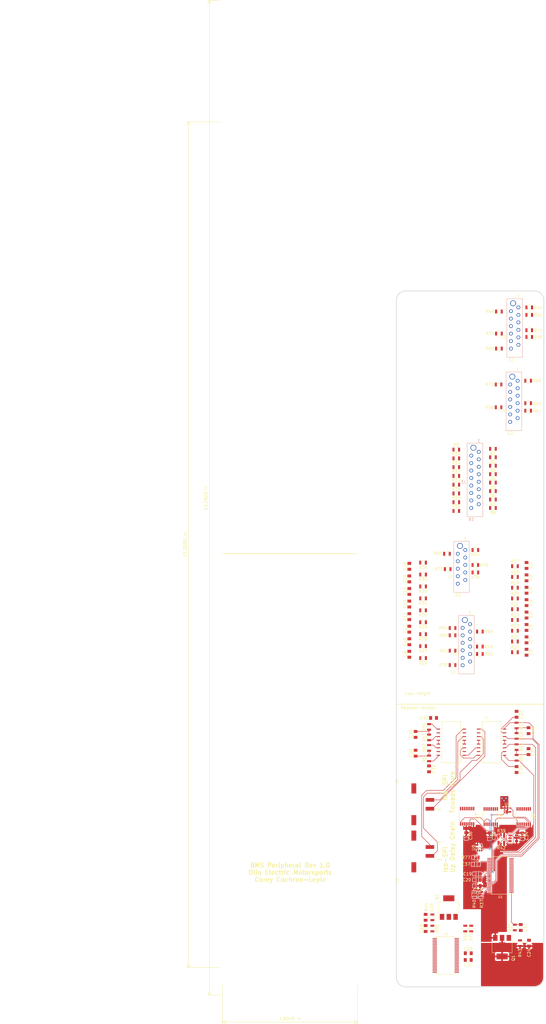
<source format=kicad_pcb>
(kicad_pcb (version 20171130) (host pcbnew 5.1.4-e60b266~84~ubuntu18.04.1)
  (layers (0 F.Cu signal) (1 In1.Cu signal) (2 In2.Cu signal) (31 B.Cu signal) (34 B.Paste user) (35 F.Paste user) (36 B.SilkS user) (37 F.SilkS user) (38 B.Mask user) (39 F.Mask user) (44 Edge.Cuts user))
  (net 0 "")
  (net 1 "Net-(C1-Pad2)")
  (net 2 "Net-(C1-Pad1)")
  (net 3 "Net-(C2-Pad2)")
  (net 4 "Net-(C3-Pad2)")
  (net 5 "Net-(C4-Pad2)")
  (net 6 "Net-(C5-Pad2)")
  (net 7 "Net-(C24-Pad1)")
  (net 8 "Net-(C7-Pad2)")
  (net 9 "Net-(C8-Pad2)")
  (net 10 "Net-(C10-Pad1)")
  (net 11 "Net-(C10-Pad2)")
  (net 12 /VREG)
  (net 13 "Net-(C17-Pad1)")
  (net 14 "Net-(C18-Pad1)")
  (net 15 "Net-(C19-Pad1)")
  (net 16 /TEMP_SENSE)
  (net 17 "Net-(C30-Pad1)")
  (net 18 "Net-(C32-Pad1)")
  (net 19 /C5_T3)
  (net 20 /C9_T1)
  (net 21 /C9_T2)
  (net 22 /C13_T1)
  (net 23 /C13_T3)
  (net 24 /C9_T3)
  (net 25 /C13_T2)
  (net 26 /C1_T2)
  (net 27 /C5_T1)
  (net 28 /C1_T1)
  (net 29 /C5_T2)
  (net 30 /C1_T3)
  (net 31 /C15_T2)
  (net 32 /C11_T3)
  (net 33 /C15_T3)
  (net 34 /C15_T1)
  (net 35 /C11_T2)
  (net 36 /C11_T1)
  (net 37 /C7_T3)
  (net 38 /C3_T3)
  (net 39 /C7_T2)
  (net 40 /C3_T1)
  (net 41 /C7_T1)
  (net 42 /C3_T2)
  (net 43 "Net-(Q1-Pad1)")
  (net 44 "Net-(Q2-Pad1)")
  (net 45 /~DIS~9)
  (net 46 /~DIS~8)
  (net 47 /~DIS~7)
  (net 48 /~DIS~6)
  (net 49 /~DIS~4)
  (net 50 /~DIS~3)
  (net 51 /~DIS~2)
  (net 52 /~DIS~1)
  (net 53 /SDA)
  (net 54 /SCL)
  (net 55 /IPA1)
  (net 56 /VREF2)
  (net 57 /IMA1)
  (net 58 /IPB1)
  (net 59 /IMB1)
  (net 60 /IPA2)
  (net 61 /IMA2)
  (net 62 /IPB2)
  (net 63 /IMB2)
  (net 64 "Net-(T1-Pad2)")
  (net 65 "Net-(T1-Pad7)")
  (net 66 "Net-(T2-Pad7)")
  (net 67 "Net-(T2-Pad2)")
  (net 68 "Net-(U1-Pad44)")
  (net 69 "Net-(U1-Pad43)")
  (net 70 "Net-(U1-Pad39)")
  (net 71 "Net-(U1-Pad29)")
  (net 72 "Net-(U1-Pad28)")
  (net 73 "Net-(U1-Pad17)")
  (net 74 "Net-(U1-Pad15)")
  (net 75 "Net-(U1-Pad5)")
  (net 76 "Net-(U1-Pad3)")
  (net 77 /C0)
  (net 78 "Net-(T1-Pad6)")
  (net 79 "Net-(T1-Pad8)")
  (net 80 "Net-(C6-Pad2)")
  (net 81 "Net-(C9-Pad1)")
  (net 82 "Net-(C11-Pad2)")
  (net 83 "Net-(C12-Pad2)")
  (net 84 "Net-(C13-Pad2)")
  (net 85 "Net-(C14-Pad2)")
  (net 86 "Net-(C15-Pad2)")
  (net 87 "Net-(C16-Pad2)")
  (net 88 /GND1)
  (net 89 /GND2)
  (net 90 "Net-(C20-Pad1)")
  (net 91 "Net-(C21-Pad1)")
  (net 92 "Net-(C23-Pad1)")
  (net 93 "Net-(C25-Pad1)")
  (net 94 "Net-(C26-Pad1)")
  (net 95 "Net-(C27-Pad1)")
  (net 96 "Net-(C28-Pad1)")
  (net 97 "Net-(C29-Pad1)")
  (net 98 "Net-(C31-Pad1)")
  (net 99 "Net-(C33-Pad1)")
  (net 100 /C7)
  (net 101 /C9)
  (net 102 /C11)
  (net 103 /C15)
  (net 104 /C13)
  (net 105 /C5)
  (net 106 /C3)
  (net 107 /C1)
  (net 108 /Q12)
  (net 109 /Q14)
  (net 110 /Q16)
  (net 111 /Q10)
  (net 112 /Q15)
  (net 113 /Q13)
  (net 114 /Q11)
  (net 115 /Q9)
  (net 116 /Q8)
  (net 117 /Q7)
  (net 118 /Q6)
  (net 119 /Q5)
  (net 120 /Q4)
  (net 121 /Q3)
  (net 122 /Q2)
  (net 123 /Q1)
  (net 124 /V+2)
  (net 125 /C8)
  (net 126 /C6)
  (net 127 /C4)
  (net 128 /C2)
  (net 129 /V+1)
  (net 130 /C16)
  (net 131 /C14)
  (net 132 /C12)
  (net 133 /C10)
  (net 134 "Net-(J6-Pad1)")
  (net 135 "Net-(J6-Pad2)")
  (net 136 "Net-(J7-Pad2)")
  (net 137 "Net-(J7-Pad1)")
  (net 138 "Net-(R37-Pad2)")
  (net 139 "Net-(R37-Pad1)")
  (net 140 "Net-(R38-Pad1)")
  (net 141 "Net-(R38-Pad2)")
  (net 142 "Net-(R77-Pad2)")
  (net 143 "Net-(U2-Pad3)")
  (net 144 "Net-(U2-Pad5)")
  (net 145 "Net-(U2-Pad15)")
  (net 146 "Net-(U2-Pad17)")
  (net 147 "Net-(U2-Pad27)")
  (net 148 "Net-(U2-Pad28)")
  (net 149 "Net-(U2-Pad29)")
  (net 150 "Net-(U2-Pad32)")
  (net 151 "Net-(U2-Pad33)")
  (net 152 "Net-(U2-Pad34)")
  (net 153 "Net-(U2-Pad39)")
  (net 154 "Net-(U2-Pad43)")
  (net 155 "Net-(U2-Pad44)")
  (net 156 "Net-(U5-Pad9)")
  (net 157 "Net-(R1-Pad1)")
  (net 158 "Net-(R2-Pad1)")
  (net 159 "Net-(R3-Pad1)")
  (net 160 "Net-(R4-Pad1)")
  (net 161 "Net-(R5-Pad1)")
  (net 162 "Net-(R6-Pad1)")
  (net 163 "Net-(R7-Pad1)")
  (net 164 "Net-(R8-Pad1)")
  (module footprints:SOT-23-5_OEM_24AA01 (layer F.Cu) (at 214.1728 328.5236)
    (fp_text reference U3 (at 2.794 -1.27) (layer F.SilkS) (effects (font (size 0.8 0.8) (thickness 0.12))))
    (fp_text value 24AA01 hide)
    (pad 5 smd rect (at 1.1 -0.95) (size 1.06 0.65) (layers F.Cu F.Paste F.Mask) (net 88 /GND1))
    (pad 4 smd rect (at 1.1 0.95) (size 1.06 0.65) (layers F.Cu F.Paste F.Mask) (net 12 /VREG))
    (pad 3 smd rect (at -1.1 0.95) (size 1.06 0.65) (layers F.Cu F.Paste F.Mask) (net 53 /SDA))
    (pad 2 smd rect (at -1.1 0) (size 1.06 0.65) (layers F.Cu F.Paste F.Mask) (net 88 /GND1))
    (pad 1 smd rect (at -1.1 -0.95) (size 1.06 0.65) (layers F.Cu F.Paste F.Mask) (net 54 /SCL))
  )
  (module footprints:R_0805_OEM (layer F.Cu) (at 201.295 230.6828 180)
    (fp_text reference R47 (at 0 -1.65) (layer F.SilkS))
    (fp_text value R_100K hide)
    (pad 2 smd rect (at 0.95 0 180) (size 0.7 1.3) (layers F.Cu F.Paste F.Mask) (net 29 /C5_T2))
    (pad 1 smd rect (at -0.95 0 180) (size 0.7 1.3) (layers F.Cu F.Paste F.Mask) (net 56 /VREF2))
  )
  (module footprints:R_0805_OEM (layer F.Cu) (at 191.643 231.9528)
    (fp_text reference R50 (at -3.048 -0.127) (layer F.SilkS))
    (fp_text value R_100K hide)
    (pad 2 smd rect (at 0.95 0) (size 0.7 1.3) (layers F.Cu F.Paste F.Mask) (net 27 /C5_T1))
    (pad 1 smd rect (at -0.95 0) (size 0.7 1.3) (layers F.Cu F.Paste F.Mask) (net 56 /VREF2))
  )
  (module footprints:R_0805_OEM (layer F.Cu) (at 219.202 180.848 180)
    (fp_text reference R53 (at -2.921 -0.254) (layer F.SilkS))
    (fp_text value R_100K hide)
    (pad 2 smd rect (at 0.95 0 180) (size 0.7 1.3) (layers F.Cu F.Paste F.Mask) (net 38 /C3_T3))
    (pad 1 smd rect (at -0.95 0 180) (size 0.7 1.3) (layers F.Cu F.Paste F.Mask) (net 56 /VREF2))
  )
  (module footprints:R_0805_OEM (layer F.Cu) (at 209.169 182.245)
    (fp_text reference R56 (at -3.175 0) (layer F.SilkS))
    (fp_text value R_100K hide)
    (pad 2 smd rect (at 0.95 0) (size 0.7 1.3) (layers F.Cu F.Paste F.Mask) (net 42 /C3_T2))
    (pad 1 smd rect (at -0.95 0) (size 0.7 1.3) (layers F.Cu F.Paste F.Mask) (net 56 /VREF2))
  )
  (module footprints:R_0805_OEM (layer F.Cu) (at 219.202 183.388 180)
    (fp_text reference R67 (at -2.921 -0.127) (layer F.SilkS))
    (fp_text value R_100K hide)
    (pad 2 smd rect (at 0.95 0 180) (size 0.7 1.3) (layers F.Cu F.Paste F.Mask) (net 40 /C3_T1))
    (pad 1 smd rect (at -0.95 0 180) (size 0.7 1.3) (layers F.Cu F.Paste F.Mask) (net 56 /VREF2))
  )
  (module footprints:R_0805_OEM (layer F.Cu) (at 201.295 235.7628 180)
    (fp_text reference R70 (at -2.921 -0.127) (layer F.SilkS))
    (fp_text value R_100K hide)
    (pad 2 smd rect (at 0.95 0 180) (size 0.7 1.3) (layers F.Cu F.Paste F.Mask) (net 30 /C1_T3))
    (pad 1 smd rect (at -0.95 0 180) (size 0.7 1.3) (layers F.Cu F.Paste F.Mask) (net 56 /VREF2))
  )
  (module footprints:R_0805_OEM (layer F.Cu) (at 191.897 237.1598)
    (fp_text reference R73 (at -3.048 0) (layer F.SilkS))
    (fp_text value R_100K hide)
    (pad 2 smd rect (at 0.95 0) (size 0.7 1.3) (layers F.Cu F.Paste F.Mask) (net 26 /C1_T2))
    (pad 1 smd rect (at -0.95 0) (size 0.7 1.3) (layers F.Cu F.Paste F.Mask) (net 56 /VREF2))
  )
  (module footprints:R_0805_OEM (layer F.Cu) (at 201.295 238.3028 180)
    (fp_text reference R76 (at 0 -1.65) (layer F.SilkS))
    (fp_text value R_100K hide)
    (pad 2 smd rect (at 0.95 0 180) (size 0.7 1.3) (layers F.Cu F.Paste F.Mask) (net 28 /C1_T1))
    (pad 1 smd rect (at -0.95 0 180) (size 0.7 1.3) (layers F.Cu F.Paste F.Mask) (net 56 /VREF2))
  )
  (module Package_SO:SSOP-16_3.9x4.9mm_P0.635mm (layer F.Cu) (at 198.4883 321.056 270)
    (fp_text reference U7 (at 0 -3.5 90) (layer F.SilkS))
    (fp_text value LTC1380IGN)
    (pad 16 smd rect (at 2.6 -2.2225 270) (size 1.2 0.4) (layers F.Cu F.Paste F.Mask) (net 12 /VREG))
    (pad 15 smd rect (at 2.6 -1.5875 270) (size 1.2 0.4) (layers F.Cu F.Paste F.Mask) (net 54 /SCL))
    (pad 14 smd rect (at 2.6 -0.9525 270) (size 1.2 0.4) (layers F.Cu F.Paste F.Mask) (net 53 /SDA))
    (pad 13 smd rect (at 2.6 -0.3175 270) (size 1.2 0.4) (layers F.Cu F.Paste F.Mask) (net 88 /GND1))
    (pad 12 smd rect (at 2.6 0.3175 270) (size 1.2 0.4) (layers F.Cu F.Paste F.Mask) (net 12 /VREG))
    (pad 11 smd rect (at 2.6 0.9525 270) (size 1.2 0.4) (layers F.Cu F.Paste F.Mask) (net 88 /GND1))
    (pad 10 smd rect (at 2.6 1.5875 270) (size 1.2 0.4) (layers F.Cu F.Paste F.Mask) (net 88 /GND1))
    (pad 9 smd rect (at 2.6 2.2225 270) (size 1.2 0.4) (layers F.Cu F.Paste F.Mask) (net 156 "Net-(U5-Pad9)"))
    (pad 8 smd rect (at -2.6 2.2225 270) (size 1.2 0.4) (layers F.Cu F.Paste F.Mask) (net 28 /C1_T1))
    (pad 7 smd rect (at -2.6 1.5875 270) (size 1.2 0.4) (layers F.Cu F.Paste F.Mask) (net 26 /C1_T2))
    (pad 6 smd rect (at -2.6 0.9525 270) (size 1.2 0.4) (layers F.Cu F.Paste F.Mask) (net 30 /C1_T3))
    (pad 5 smd rect (at -2.6 0.3175 270) (size 1.2 0.4) (layers F.Cu F.Paste F.Mask) (net 40 /C3_T1))
    (pad 4 smd rect (at -2.6 -0.3175 270) (size 1.2 0.4) (layers F.Cu F.Paste F.Mask) (net 42 /C3_T2))
    (pad 3 smd rect (at -2.6 -0.9525 270) (size 1.2 0.4) (layers F.Cu F.Paste F.Mask) (net 38 /C3_T3))
    (pad 2 smd rect (at -2.6 -1.5875 270) (size 1.2 0.4) (layers F.Cu F.Paste F.Mask) (net 27 /C5_T1))
    (pad 1 smd rect (at -2.6 -2.2225 270) (size 1.2 0.4) (layers F.Cu F.Paste F.Mask) (net 29 /C5_T2))
  )
  (module footprints:C_0805_OEM (layer F.Cu) (at 198.1962 327.66 270)
    (fp_text reference C36 (at 0 -1.5 90) (layer F.SilkS))
    (fp_text value C_1uF hide)
    (pad 2 smd rect (at 1 0 270) (size 1 1.25) (layers F.Cu F.Paste F.Mask) (net 88 /GND1))
    (pad 1 smd rect (at -1 0 270) (size 1 1.25) (layers F.Cu F.Paste F.Mask) (net 12 /VREG))
  )
  (module footprints:micromatch_female_vert_16 (layer B.Cu) (at 202.438 202.438 180)
    (fp_text reference J3 (at 5.08 -5.08) (layer B.SilkS) (effects (justify mirror)))
    (fp_text value MM_F_VT_16 hide)
    (fp_text user 1 (at 0 8.89) (layer B.SilkS) (effects (justify mirror)))
    (fp_text user 16 (at 2.54 -17.78) (layer B.SilkS) (effects (justify mirror)))
    (pad 17 thru_hole circle (at 1.8 6.48 180) (size 2 2) (drill 1.5) (layers *.Cu *.Mask))
    (pad 16 thru_hole circle (at 2.54 -13.97 180) (size 1.3 1.3) (drill 0.8) (layers *.Cu *.Mask) (net 123 /Q1))
    (pad 15 thru_hole circle (at 0 -12.7 180) (size 1.3 1.3) (drill 0.8) (layers *.Cu *.Mask) (net 122 /Q2))
    (pad 14 thru_hole circle (at 2.54 -11.43 180) (size 1.3 1.3) (drill 0.8) (layers *.Cu *.Mask) (net 121 /Q3))
    (pad 13 thru_hole circle (at 0 -10.16 180) (size 1.3 1.3) (drill 0.8) (layers *.Cu *.Mask) (net 120 /Q4))
    (pad 12 thru_hole circle (at 2.54 -8.89 180) (size 1.3 1.3) (drill 0.8) (layers *.Cu *.Mask) (net 119 /Q5))
    (pad 11 thru_hole circle (at 0 -7.62 180) (size 1.3 1.3) (drill 0.8) (layers *.Cu *.Mask) (net 118 /Q6))
    (pad 10 thru_hole circle (at 2.54 -6.35 180) (size 1.3 1.3) (drill 0.8) (layers *.Cu *.Mask) (net 117 /Q7))
    (pad 9 thru_hole circle (at 0 -5.08 180) (size 1.3 1.3) (drill 0.8) (layers *.Cu *.Mask) (net 116 /Q8))
    (pad 8 thru_hole circle (at 2.54 -3.81 180) (size 1.3 1.3) (drill 0.8) (layers *.Cu *.Mask) (net 115 /Q9))
    (pad 6 thru_hole circle (at 2.54 -1.27 180) (size 1.3 1.3) (drill 0.8) (layers *.Cu *.Mask) (net 114 /Q11))
    (pad 4 thru_hole circle (at 2.54 1.27 180) (size 1.3 1.3) (drill 0.8) (layers *.Cu *.Mask) (net 113 /Q13))
    (pad 2 thru_hole circle (at 2.54 3.81 180) (size 1.3 1.3) (drill 0.8) (layers *.Cu *.Mask) (net 112 /Q15))
    (pad 7 thru_hole circle (at 0 -2.54 180) (size 1.3 1.3) (drill 0.8) (layers *.Cu *.Mask) (net 111 /Q10))
    (pad 1 thru_hole circle (at 0 5.08 180) (size 1.3 1.3) (drill 0.8) (layers *.Cu *.Mask) (net 110 /Q16))
    (pad 3 thru_hole circle (at 0 2.54 180) (size 1.3 1.3) (drill 0.8) (layers *.Cu *.Mask) (net 109 /Q14))
    (pad 5 thru_hole circle (at 0 0 180) (size 1.3 1.3) (drill 0.8) (layers *.Cu *.Mask) (net 108 /Q12))
  )
  (module footprints:C_0805_OEM (layer F.Cu) (at 218.6686 235.9152 270)
    (fp_text reference C1 (at 0 -1.5 90) (layer F.SilkS))
    (fp_text value C_10nF hide)
    (pad 2 smd rect (at 1 0 270) (size 1 1.25) (layers F.Cu F.Paste F.Mask) (net 1 "Net-(C1-Pad2)"))
    (pad 1 smd rect (at -1 0 270) (size 1 1.25) (layers F.Cu F.Paste F.Mask) (net 2 "Net-(C1-Pad1)"))
  )
  (module footprints:C_0805_OEM (layer F.Cu) (at 218.6686 240.124348 270)
    (fp_text reference C2 (at 0 -1.5 90) (layer F.SilkS))
    (fp_text value C_10nF hide)
    (pad 2 smd rect (at 1 0 270) (size 1 1.25) (layers F.Cu F.Paste F.Mask) (net 3 "Net-(C2-Pad2)"))
    (pad 1 smd rect (at -1 0 270) (size 1 1.25) (layers F.Cu F.Paste F.Mask) (net 1 "Net-(C1-Pad2)"))
  )
  (module footprints:C_0805_OEM (layer F.Cu) (at 218.6686 244.33349 270)
    (fp_text reference C3 (at 0 -1.5 90) (layer F.SilkS))
    (fp_text value C_10nF hide)
    (pad 2 smd rect (at 1 0 270) (size 1 1.25) (layers F.Cu F.Paste F.Mask) (net 4 "Net-(C3-Pad2)"))
    (pad 1 smd rect (at -1 0 270) (size 1 1.25) (layers F.Cu F.Paste F.Mask) (net 3 "Net-(C2-Pad2)"))
  )
  (module footprints:C_0805_OEM (layer F.Cu) (at 218.6686 248.542632 270)
    (fp_text reference C4 (at 0 -1.5 90) (layer F.SilkS))
    (fp_text value C_10nF hide)
    (pad 2 smd rect (at 1 0 270) (size 1 1.25) (layers F.Cu F.Paste F.Mask) (net 5 "Net-(C4-Pad2)"))
    (pad 1 smd rect (at -1 0 270) (size 1 1.25) (layers F.Cu F.Paste F.Mask) (net 4 "Net-(C3-Pad2)"))
  )
  (module footprints:C_0805_OEM (layer F.Cu) (at 218.6686 252.751774 270)
    (fp_text reference C5 (at 0 -1.5 90) (layer F.SilkS))
    (fp_text value C_10nF hide)
    (pad 2 smd rect (at 1 0 270) (size 1 1.25) (layers F.Cu F.Paste F.Mask) (net 6 "Net-(C5-Pad2)"))
    (pad 1 smd rect (at -1 0 270) (size 1 1.25) (layers F.Cu F.Paste F.Mask) (net 5 "Net-(C4-Pad2)"))
  )
  (module footprints:C_0805_OEM (layer F.Cu) (at 218.6686 256.960916 270)
    (fp_text reference C6 (at 0 -1.5 90) (layer F.SilkS))
    (fp_text value C_10nF hide)
    (pad 2 smd rect (at 1 0 270) (size 1 1.25) (layers F.Cu F.Paste F.Mask) (net 80 "Net-(C6-Pad2)"))
    (pad 1 smd rect (at -1 0 270) (size 1 1.25) (layers F.Cu F.Paste F.Mask) (net 6 "Net-(C5-Pad2)"))
  )
  (module footprints:C_0805_OEM (layer F.Cu) (at 218.6686 261.170058 270)
    (fp_text reference C7 (at 0 -1.5 90) (layer F.SilkS))
    (fp_text value C_10nF hide)
    (pad 2 smd rect (at 1 0 270) (size 1 1.25) (layers F.Cu F.Paste F.Mask) (net 8 "Net-(C7-Pad2)"))
    (pad 1 smd rect (at -1 0 270) (size 1 1.25) (layers F.Cu F.Paste F.Mask) (net 80 "Net-(C6-Pad2)"))
  )
  (module footprints:C_0805_OEM (layer F.Cu) (at 218.6686 265.3792 270)
    (fp_text reference C8 (at 0 -1.5 90) (layer F.SilkS))
    (fp_text value C_10nF hide)
    (pad 2 smd rect (at 1 0 270) (size 1 1.25) (layers F.Cu F.Paste F.Mask) (net 9 "Net-(C8-Pad2)"))
    (pad 1 smd rect (at -1 0 270) (size 1 1.25) (layers F.Cu F.Paste F.Mask) (net 8 "Net-(C7-Pad2)"))
  )
  (module footprints:C_0805_OEM (layer F.Cu) (at 178.8668 266.0744 90)
    (fp_text reference C9 (at 0 -1.5 90) (layer F.SilkS))
    (fp_text value C_10nF hide)
    (pad 2 smd rect (at 1 0 90) (size 1 1.25) (layers F.Cu F.Paste F.Mask) (net 10 "Net-(C10-Pad1)"))
    (pad 1 smd rect (at -1 0 90) (size 1 1.25) (layers F.Cu F.Paste F.Mask) (net 81 "Net-(C9-Pad1)"))
  )
  (module footprints:C_0805_OEM (layer F.Cu) (at 178.8668 261.809486 90)
    (fp_text reference C10 (at 0 -1.5 90) (layer F.SilkS))
    (fp_text value C_10nF hide)
    (pad 2 smd rect (at 1 0 90) (size 1 1.25) (layers F.Cu F.Paste F.Mask) (net 11 "Net-(C10-Pad2)"))
    (pad 1 smd rect (at -1 0 90) (size 1 1.25) (layers F.Cu F.Paste F.Mask) (net 10 "Net-(C10-Pad1)"))
  )
  (module footprints:C_0805_OEM (layer F.Cu) (at 178.8668 257.544572 90)
    (fp_text reference C11 (at 0 -1.5 90) (layer F.SilkS))
    (fp_text value C_10nF hide)
    (pad 2 smd rect (at 1 0 90) (size 1 1.25) (layers F.Cu F.Paste F.Mask) (net 82 "Net-(C11-Pad2)"))
    (pad 1 smd rect (at -1 0 90) (size 1 1.25) (layers F.Cu F.Paste F.Mask) (net 11 "Net-(C10-Pad2)"))
  )
  (module footprints:C_0805_OEM (layer F.Cu) (at 178.8668 253.279658 90)
    (fp_text reference C12 (at 0 -1.5 90) (layer F.SilkS))
    (fp_text value C_10nF hide)
    (pad 2 smd rect (at 1 0 90) (size 1 1.25) (layers F.Cu F.Paste F.Mask) (net 83 "Net-(C12-Pad2)"))
    (pad 1 smd rect (at -1 0 90) (size 1 1.25) (layers F.Cu F.Paste F.Mask) (net 82 "Net-(C11-Pad2)"))
  )
  (module footprints:C_0805_OEM (layer F.Cu) (at 178.8668 249.014744 90)
    (fp_text reference C13 (at 0 -1.5 90) (layer F.SilkS))
    (fp_text value C_10nF hide)
    (pad 2 smd rect (at 1 0 90) (size 1 1.25) (layers F.Cu F.Paste F.Mask) (net 84 "Net-(C13-Pad2)"))
    (pad 1 smd rect (at -1 0 90) (size 1 1.25) (layers F.Cu F.Paste F.Mask) (net 83 "Net-(C12-Pad2)"))
  )
  (module footprints:C_0805_OEM (layer F.Cu) (at 178.8668 244.74983 90)
    (fp_text reference C14 (at 0 -1.5 90) (layer F.SilkS))
    (fp_text value C_10nF hide)
    (pad 2 smd rect (at 1 0 90) (size 1 1.25) (layers F.Cu F.Paste F.Mask) (net 85 "Net-(C14-Pad2)"))
    (pad 1 smd rect (at -1 0 90) (size 1 1.25) (layers F.Cu F.Paste F.Mask) (net 84 "Net-(C13-Pad2)"))
  )
  (module footprints:C_0805_OEM (layer F.Cu) (at 178.8668 240.484916 90)
    (fp_text reference C15 (at 0 -1.5 90) (layer F.SilkS))
    (fp_text value C_10nF hide)
    (pad 2 smd rect (at 1 0 90) (size 1 1.25) (layers F.Cu F.Paste F.Mask) (net 86 "Net-(C15-Pad2)"))
    (pad 1 smd rect (at -1 0 90) (size 1 1.25) (layers F.Cu F.Paste F.Mask) (net 85 "Net-(C14-Pad2)"))
  )
  (module footprints:C_0805_OEM (layer F.Cu) (at 178.8668 236.22 90)
    (fp_text reference C16 (at 0 -1.5 90) (layer F.SilkS))
    (fp_text value C_10nF hide)
    (pad 2 smd rect (at 1 0 90) (size 1 1.25) (layers F.Cu F.Paste F.Mask) (net 87 "Net-(C16-Pad2)"))
    (pad 1 smd rect (at -1 0 90) (size 1 1.25) (layers F.Cu F.Paste F.Mask) (net 86 "Net-(C15-Pad2)"))
  )
  (module footprints:C_0805_OEM (layer F.Cu) (at 216.7128 358.8004 270)
    (fp_text reference C17 (at 0 -1.5 90) (layer F.SilkS))
    (fp_text value C_0.1uF hide)
    (pad 2 smd rect (at 1 0 270) (size 1 1.25) (layers F.Cu F.Paste F.Mask) (net 88 /GND1))
    (pad 1 smd rect (at -1 0 270) (size 1 1.25) (layers F.Cu F.Paste F.Mask) (net 13 "Net-(C17-Pad1)"))
  )
  (module footprints:C_0805_OEM (layer F.Cu) (at 184.404 359.156 90)
    (fp_text reference C18 (at 0 -1.5 90) (layer F.SilkS))
    (fp_text value C_0.1uF hide)
    (pad 2 smd rect (at 1 0 90) (size 1 1.25) (layers F.Cu F.Paste F.Mask) (net 89 /GND2))
    (pad 1 smd rect (at -1 0 90) (size 1 1.25) (layers F.Cu F.Paste F.Mask) (net 14 "Net-(C18-Pad1)"))
  )
  (module footprints:C_0805_OEM (layer F.Cu) (at 201.946 340.614 180)
    (fp_text reference C19 (at 3.318 0) (layer F.SilkS))
    (fp_text value 1uF hide)
    (pad 2 smd rect (at 1 0 180) (size 1 1.25) (layers F.Cu F.Paste F.Mask) (net 88 /GND1))
    (pad 1 smd rect (at -1 0 180) (size 1 1.25) (layers F.Cu F.Paste F.Mask) (net 15 "Net-(C19-Pad1)"))
  )
  (module footprints:C_0805_OEM (layer F.Cu) (at 201.93 342.646 180)
    (fp_text reference C20 (at 3.556 0) (layer F.SilkS))
    (fp_text value 1uF hide)
    (pad 2 smd rect (at 1 0 180) (size 1 1.25) (layers F.Cu F.Paste F.Mask) (net 88 /GND1))
    (pad 1 smd rect (at -1 0 180) (size 1 1.25) (layers F.Cu F.Paste F.Mask) (net 90 "Net-(C20-Pad1)"))
  )
  (module footprints:C_0805_OEM (layer F.Cu) (at 198.866 369.824)
    (fp_text reference C21 (at 0 1.778) (layer F.SilkS))
    (fp_text value 1uF hide)
    (pad 2 smd rect (at 1 0) (size 1 1.25) (layers F.Cu F.Paste F.Mask) (net 89 /GND2))
    (pad 1 smd rect (at -1 0) (size 1 1.25) (layers F.Cu F.Paste F.Mask) (net 91 "Net-(C21-Pad1)"))
  )
  (module footprints:C_0805_OEM (layer F.Cu) (at 201.93 344.678 180)
    (fp_text reference C22 (at 0 -1.5) (layer F.SilkS))
    (fp_text value 1uF hide)
    (pad 2 smd rect (at 1 0 180) (size 1 1.25) (layers F.Cu F.Paste F.Mask) (net 88 /GND1))
    (pad 1 smd rect (at -1 0 180) (size 1 1.25) (layers F.Cu F.Paste F.Mask) (net 12 /VREG))
  )
  (module footprints:C_0805_OEM (layer F.Cu) (at 198.882 367.538)
    (fp_text reference C23 (at 0 -1.5) (layer F.SilkS))
    (fp_text value 1uF hide)
    (pad 2 smd rect (at 1 0) (size 1 1.25) (layers F.Cu F.Paste F.Mask) (net 89 /GND2))
    (pad 1 smd rect (at -1 0) (size 1 1.25) (layers F.Cu F.Paste F.Mask) (net 92 "Net-(C23-Pad1)"))
  )
  (module footprints:C_0805_OEM (layer F.Cu) (at 219.5068 364.1344 90)
    (fp_text reference C24 (at -3.302 0 90) (layer F.SilkS))
    (fp_text value C_0.1uF hide)
    (pad 2 smd rect (at 1 0 90) (size 1 1.25) (layers F.Cu F.Paste F.Mask) (net 88 /GND1))
    (pad 1 smd rect (at -1 0 90) (size 1 1.25) (layers F.Cu F.Paste F.Mask) (net 7 "Net-(C24-Pad1)"))
  )
  (module footprints:C_0805_OEM (layer F.Cu) (at 184.404 355.346 270)
    (fp_text reference C25 (at -3.302 -2.032 90) (layer F.SilkS))
    (fp_text value C_0.1uF hide)
    (pad 2 smd rect (at 1 0 270) (size 1 1.25) (layers F.Cu F.Paste F.Mask) (net 89 /GND2))
    (pad 1 smd rect (at -1 0 270) (size 1 1.25) (layers F.Cu F.Paste F.Mask) (net 93 "Net-(C25-Pad1)"))
  )
  (module footprints:C_0805_OEM (layer F.Cu) (at 219.3544 291.9984 270)
    (fp_text reference C26 (at 0 -1.5 90) (layer F.SilkS))
    (fp_text value C_10nF hide)
    (pad 2 smd rect (at 1 0 270) (size 1 1.25) (layers F.Cu F.Paste F.Mask) (net 88 /GND1))
    (pad 1 smd rect (at -1 0 270) (size 1 1.25) (layers F.Cu F.Paste F.Mask) (net 94 "Net-(C26-Pad1)"))
  )
  (module footprints:C_0805_OEM (layer F.Cu) (at 219.3544 299.1104 90)
    (fp_text reference C27 (at 0 1.524 90) (layer F.SilkS))
    (fp_text value C_10nF hide)
    (pad 2 smd rect (at 1 0 90) (size 1 1.25) (layers F.Cu F.Paste F.Mask) (net 88 /GND1))
    (pad 1 smd rect (at -1 0 90) (size 1 1.25) (layers F.Cu F.Paste F.Mask) (net 95 "Net-(C27-Pad1)"))
  )
  (module footprints:C_0805_OEM (layer F.Cu) (at 181.0004 299.6344 90)
    (fp_text reference C28 (at 0 -1.5 90) (layer F.SilkS))
    (fp_text value C_10nF hide)
    (pad 2 smd rect (at 1 0 90) (size 1 1.25) (layers F.Cu F.Paste F.Mask) (net 89 /GND2))
    (pad 1 smd rect (at -1 0 90) (size 1 1.25) (layers F.Cu F.Paste F.Mask) (net 96 "Net-(C28-Pad1)"))
  )
  (module footprints:C_0805_OEM (layer F.Cu) (at 181.0004 293.2684 270)
    (fp_text reference C29 (at -0.254 1.524 90) (layer F.SilkS))
    (fp_text value C_10nF hide)
    (pad 2 smd rect (at 1 0 270) (size 1 1.25) (layers F.Cu F.Paste F.Mask) (net 89 /GND2))
    (pad 1 smd rect (at -1 0 270) (size 1 1.25) (layers F.Cu F.Paste F.Mask) (net 97 "Net-(C29-Pad1)"))
  )
  (module footprints:C_0805_OEM (layer F.Cu) (at 215.2904 286.4264 90)
    (fp_text reference C30 (at -0.238 1.524 90) (layer F.SilkS))
    (fp_text value C_10nF hide)
    (pad 2 smd rect (at 1 0 90) (size 1 1.25) (layers F.Cu F.Paste F.Mask) (net 88 /GND1))
    (pad 1 smd rect (at -1 0 90) (size 1 1.25) (layers F.Cu F.Paste F.Mask) (net 17 "Net-(C30-Pad1)"))
  )
  (module footprints:C_0805_OEM (layer F.Cu) (at 215.2904 305.1904 270)
    (fp_text reference C31 (at 0 -1.5 90) (layer F.SilkS))
    (fp_text value C_10nF hide)
    (pad 2 smd rect (at 1 0 270) (size 1 1.25) (layers F.Cu F.Paste F.Mask) (net 88 /GND1))
    (pad 1 smd rect (at -1 0 270) (size 1 1.25) (layers F.Cu F.Paste F.Mask) (net 98 "Net-(C31-Pad1)"))
  )
  (module footprints:C_0805_OEM (layer F.Cu) (at 185.5724 304.9524 270)
    (fp_text reference C32 (at 0 -1.5 90) (layer F.SilkS))
    (fp_text value C_10nF hide)
    (pad 2 smd rect (at 1 0 270) (size 1 1.25) (layers F.Cu F.Paste F.Mask) (net 89 /GND2))
    (pad 1 smd rect (at -1 0 270) (size 1 1.25) (layers F.Cu F.Paste F.Mask) (net 18 "Net-(C32-Pad1)"))
  )
  (module footprints:C_0805_OEM (layer F.Cu) (at 187.0964 287.6804 180)
    (fp_text reference C33 (at 3.302 0) (layer F.SilkS))
    (fp_text value C_10nF hide)
    (pad 2 smd rect (at 1 0 180) (size 1 1.25) (layers F.Cu F.Paste F.Mask) (net 89 /GND2))
    (pad 1 smd rect (at -1 0 180) (size 1 1.25) (layers F.Cu F.Paste F.Mask) (net 99 "Net-(C33-Pad1)"))
  )
  (module footprints:C_0805_OEM (layer F.Cu) (at 217.2208 327.7616 270)
    (fp_text reference C34 (at 0 -1.5 90) (layer F.SilkS))
    (fp_text value C_1uF hide)
    (pad 2 smd rect (at 1 0 270) (size 1 1.25) (layers F.Cu F.Paste F.Mask) (net 88 /GND1))
    (pad 1 smd rect (at -1 0 270) (size 1 1.25) (layers F.Cu F.Paste F.Mask) (net 12 /VREG))
  )
  (module footprints:C_0805_OEM (layer F.Cu) (at 206.1337 327.7616 270)
    (fp_text reference C35 (at 0 -1.5 90) (layer F.SilkS))
    (fp_text value C_1uF hide)
    (pad 2 smd rect (at 1 0 270) (size 1 1.25) (layers F.Cu F.Paste F.Mask) (net 88 /GND1))
    (pad 1 smd rect (at -1 0 270) (size 1 1.25) (layers F.Cu F.Paste F.Mask) (net 12 /VREG))
  )
  (module footprints:C_0805_OEM (layer F.Cu) (at 201.422 337.312 180)
    (fp_text reference C37 (at 3.302 0) (layer F.SilkS))
    (fp_text value C_10nF hide)
    (pad 2 smd rect (at 1 0 180) (size 1 1.25) (layers F.Cu F.Paste F.Mask) (net 88 /GND1))
    (pad 1 smd rect (at -1 0 180) (size 1 1.25) (layers F.Cu F.Paste F.Mask) (net 16 /TEMP_SENSE))
  )
  (module footprints:micromatch_female_vert_10 (layer B.Cu) (at 196.596 236.3978 180)
    (fp_text reference J2 (at 3.81 -3.302) (layer F.SilkS))
    (fp_text value MM_F_VT_10 hide)
    (fp_text user 1 (at -1.27 9.525) (layer F.SilkS))
    (fp_text user 10 (at 1.27 -9.525) (layer F.SilkS))
    (pad 11 thru_hole circle (at 0.53 7.115 180) (size 2 2) (drill 1.5) (layers *.Cu *.Mask))
    (pad 10 thru_hole circle (at 1.27 -5.715 180) (size 1.3 1.3) (drill 0.8) (layers *.Cu *.Mask) (net 89 /GND2))
    (pad 9 thru_hole circle (at -1.27 -4.445 180) (size 1.3 1.3) (drill 0.8) (layers *.Cu *.Mask) (net 77 /C0))
    (pad 8 thru_hole circle (at 1.27 -3.175 180) (size 1.3 1.3) (drill 0.8) (layers *.Cu *.Mask) (net 107 /C1))
    (pad 6 thru_hole circle (at 1.27 -0.635 180) (size 1.3 1.3) (drill 0.8) (layers *.Cu *.Mask) (net 26 /C1_T2))
    (pad 4 thru_hole circle (at 1.27 1.905 180) (size 1.3 1.3) (drill 0.8) (layers *.Cu *.Mask) (net 106 /C3))
    (pad 2 thru_hole circle (at 1.27 4.445 180) (size 1.3 1.3) (drill 0.8) (layers *.Cu *.Mask) (net 27 /C5_T1))
    (pad 7 thru_hole circle (at -1.27 -1.905 180) (size 1.3 1.3) (drill 0.8) (layers *.Cu *.Mask) (net 28 /C1_T1))
    (pad 1 thru_hole circle (at -1.27 5.715 180) (size 1.3 1.3) (drill 0.8) (layers *.Cu *.Mask) (net 29 /C5_T2))
    (pad 3 thru_hole circle (at -1.27 3.175 180) (size 1.3 1.3) (drill 0.8) (layers *.Cu *.Mask) (net 105 /C5))
    (pad 5 thru_hole circle (at -1.27 0.635 180) (size 1.3 1.3) (drill 0.8) (layers *.Cu *.Mask) (net 30 /C1_T3))
  )
  (module footprints:SOT-223 (layer F.Cu) (at 210.3628 365.4802 270)
    (fp_text reference Q1 (at 3.7342 -3.81 90) (layer F.SilkS))
    (fp_text value NSS1C201MZ4)
    (pad 1 smd rect (at -3.15 -2.3 270) (size 2 1.5) (layers F.Cu F.Paste F.Mask) (net 43 "Net-(Q1-Pad1)"))
    (pad 3 smd rect (at -3.15 2.3 270) (size 2 1.5) (layers F.Cu F.Paste F.Mask) (net 12 /VREG))
    (pad 2 smd rect (at -3.15 0 270) (size 2 1.5) (layers F.Cu F.Paste F.Mask) (net 7 "Net-(C24-Pad1)"))
    (pad 4 smd rect (at 3.15 0 270) (size 2 3.8) (layers F.Cu F.Paste F.Mask) (net 7 "Net-(C24-Pad1)"))
  )
  (module footprints:SOT-223 (layer F.Cu) (at 192.278 352.044 90)
    (fp_text reference Q2 (at 3.556 -4.064 90) (layer F.SilkS))
    (fp_text value NSS1C201MZ4)
    (pad 1 smd rect (at -3.15 -2.3 90) (size 2 1.5) (layers F.Cu F.Paste F.Mask) (net 44 "Net-(Q2-Pad1)"))
    (pad 3 smd rect (at -3.15 2.3 90) (size 2 1.5) (layers F.Cu F.Paste F.Mask) (net 92 "Net-(C23-Pad1)"))
    (pad 2 smd rect (at -3.15 0 90) (size 2 1.5) (layers F.Cu F.Paste F.Mask) (net 93 "Net-(C25-Pad1)"))
    (pad 4 smd rect (at 3.15 0 90) (size 2 3.8) (layers F.Cu F.Paste F.Mask) (net 93 "Net-(C25-Pad1)"))
  )
  (module footprints:R_0805_OEM (layer F.Cu) (at 207.264 196.342 180)
    (fp_text reference R1 (at 0 -1.65) (layer F.SilkS))
    (fp_text value R_4.99K hide)
    (pad 2 smd rect (at 0.95 0 180) (size 0.7 1.3) (layers F.Cu F.Paste F.Mask) (net 110 /Q16))
    (pad 1 smd rect (at -0.95 0 180) (size 0.7 1.3) (layers F.Cu F.Paste F.Mask) (net 157 "Net-(R1-Pad1)"))
  )
  (module footprints:R_0805_OEM (layer F.Cu) (at 207.264 199.208571 180)
    (fp_text reference R2 (at 0 -1.65) (layer F.SilkS))
    (fp_text value R_4.99K hide)
    (pad 2 smd rect (at 0.95 0 180) (size 0.7 1.3) (layers F.Cu F.Paste F.Mask) (net 112 /Q15))
    (pad 1 smd rect (at -0.95 0 180) (size 0.7 1.3) (layers F.Cu F.Paste F.Mask) (net 158 "Net-(R2-Pad1)"))
  )
  (module footprints:R_0805_OEM (layer F.Cu) (at 207.264 202.075142 180)
    (fp_text reference R3 (at 0 -1.65) (layer F.SilkS))
    (fp_text value R_4.99K hide)
    (pad 2 smd rect (at 0.95 0 180) (size 0.7 1.3) (layers F.Cu F.Paste F.Mask) (net 109 /Q14))
    (pad 1 smd rect (at -0.95 0 180) (size 0.7 1.3) (layers F.Cu F.Paste F.Mask) (net 159 "Net-(R3-Pad1)"))
  )
  (module footprints:R_0805_OEM (layer F.Cu) (at 207.264 204.941713 180)
    (fp_text reference R4 (at 0 -1.65) (layer F.SilkS))
    (fp_text value R_4.99K hide)
    (pad 2 smd rect (at 0.95 0 180) (size 0.7 1.3) (layers F.Cu F.Paste F.Mask) (net 113 /Q13))
    (pad 1 smd rect (at -0.95 0 180) (size 0.7 1.3) (layers F.Cu F.Paste F.Mask) (net 160 "Net-(R4-Pad1)"))
  )
  (module footprints:R_0805_OEM (layer F.Cu) (at 207.264 207.808284 180)
    (fp_text reference R5 (at 0 -1.65) (layer F.SilkS))
    (fp_text value R_4.99K hide)
    (pad 2 smd rect (at 0.95 0 180) (size 0.7 1.3) (layers F.Cu F.Paste F.Mask) (net 108 /Q12))
    (pad 1 smd rect (at -0.95 0 180) (size 0.7 1.3) (layers F.Cu F.Paste F.Mask) (net 161 "Net-(R5-Pad1)"))
  )
  (module footprints:R_0805_OEM (layer F.Cu) (at 207.264 210.674855 180)
    (fp_text reference R6 (at 0 -1.65) (layer F.SilkS))
    (fp_text value R_4.99K hide)
    (pad 2 smd rect (at 0.95 0 180) (size 0.7 1.3) (layers F.Cu F.Paste F.Mask) (net 114 /Q11))
    (pad 1 smd rect (at -0.95 0 180) (size 0.7 1.3) (layers F.Cu F.Paste F.Mask) (net 162 "Net-(R6-Pad1)"))
  )
  (module footprints:R_0805_OEM (layer F.Cu) (at 207.264 213.541426 180)
    (fp_text reference R7 (at 0 -1.65) (layer F.SilkS))
    (fp_text value R_4.99K hide)
    (pad 2 smd rect (at 0.95 0 180) (size 0.7 1.3) (layers F.Cu F.Paste F.Mask) (net 111 /Q10))
    (pad 1 smd rect (at -0.95 0 180) (size 0.7 1.3) (layers F.Cu F.Paste F.Mask) (net 163 "Net-(R7-Pad1)"))
  )
  (module footprints:R_0805_OEM (layer F.Cu) (at 207.264 216.408 180)
    (fp_text reference R8 (at 0 -1.65) (layer F.SilkS))
    (fp_text value R_4.99K hide)
    (pad 2 smd rect (at 0.95 0 180) (size 0.7 1.3) (layers F.Cu F.Paste F.Mask) (net 115 /Q9))
    (pad 1 smd rect (at -0.95 0 180) (size 0.7 1.3) (layers F.Cu F.Paste F.Mask) (net 164 "Net-(R8-Pad1)"))
  )
  (module footprints:R_0805_OEM (layer F.Cu) (at 194.818 196.596)
    (fp_text reference R9 (at 0 -1.65) (layer F.SilkS))
    (fp_text value R_4.99K hide)
    (pad 2 smd rect (at 0.95 0) (size 0.7 1.3) (layers F.Cu F.Paste F.Mask) (net 116 /Q8))
    (pad 1 smd rect (at -0.95 0) (size 0.7 1.3) (layers F.Cu F.Paste F.Mask) (net 45 /~DIS~9))
  )
  (module footprints:R_0805_OEM (layer F.Cu) (at 194.818 199.571432)
    (fp_text reference R10 (at 0 -1.65) (layer F.SilkS))
    (fp_text value R_4.99K hide)
    (pad 2 smd rect (at 0.95 0) (size 0.7 1.3) (layers F.Cu F.Paste F.Mask) (net 117 /Q7))
    (pad 1 smd rect (at -0.95 0) (size 0.7 1.3) (layers F.Cu F.Paste F.Mask) (net 46 /~DIS~8))
  )
  (module footprints:R_0805_OEM (layer F.Cu) (at 194.818 202.54686)
    (fp_text reference R11 (at 0 -1.65) (layer F.SilkS))
    (fp_text value R_4.99K hide)
    (pad 2 smd rect (at 0.95 0) (size 0.7 1.3) (layers F.Cu F.Paste F.Mask) (net 118 /Q6))
    (pad 1 smd rect (at -0.95 0) (size 0.7 1.3) (layers F.Cu F.Paste F.Mask) (net 47 /~DIS~7))
  )
  (module footprints:R_0805_OEM (layer F.Cu) (at 194.818 205.522288)
    (fp_text reference R12 (at 0 -1.65) (layer F.SilkS))
    (fp_text value R_4.99K hide)
    (pad 2 smd rect (at 0.95 0) (size 0.7 1.3) (layers F.Cu F.Paste F.Mask) (net 119 /Q5))
    (pad 1 smd rect (at -0.95 0) (size 0.7 1.3) (layers F.Cu F.Paste F.Mask) (net 48 /~DIS~6))
  )
  (module footprints:R_0805_OEM (layer F.Cu) (at 194.818 208.497716)
    (fp_text reference R13 (at 0 -1.65) (layer F.SilkS))
    (fp_text value R_4.99K hide)
    (pad 2 smd rect (at 0.95 0) (size 0.7 1.3) (layers F.Cu F.Paste F.Mask) (net 120 /Q4))
    (pad 1 smd rect (at -0.95 0) (size 0.7 1.3) (layers F.Cu F.Paste F.Mask) (net 49 /~DIS~4))
  )
  (module footprints:R_0805_OEM (layer F.Cu) (at 194.818 211.473144)
    (fp_text reference R14 (at 0 -1.65) (layer F.SilkS))
    (fp_text value R_4.99K hide)
    (pad 2 smd rect (at 0.95 0) (size 0.7 1.3) (layers F.Cu F.Paste F.Mask) (net 121 /Q3))
    (pad 1 smd rect (at -0.95 0) (size 0.7 1.3) (layers F.Cu F.Paste F.Mask) (net 50 /~DIS~3))
  )
  (module footprints:R_0805_OEM (layer F.Cu) (at 194.818 214.448572)
    (fp_text reference R15 (at 0 -1.65) (layer F.SilkS))
    (fp_text value R_4.99K hide)
    (pad 2 smd rect (at 0.95 0) (size 0.7 1.3) (layers F.Cu F.Paste F.Mask) (net 122 /Q2))
    (pad 1 smd rect (at -0.95 0) (size 0.7 1.3) (layers F.Cu F.Paste F.Mask) (net 51 /~DIS~2))
  )
  (module footprints:R_0805_OEM (layer F.Cu) (at 194.818 217.424)
    (fp_text reference R16 (at 0 -1.65) (layer F.SilkS))
    (fp_text value R_4.99K hide)
    (pad 2 smd rect (at 0.95 0) (size 0.7 1.3) (layers F.Cu F.Paste F.Mask) (net 123 /Q1))
    (pad 1 smd rect (at -0.95 0) (size 0.7 1.3) (layers F.Cu F.Paste F.Mask) (net 52 /~DIS~1))
  )
  (module footprints:R_0805_OEM (layer F.Cu) (at 214.7316 236.1692)
    (fp_text reference R17 (at 0 -1.65) (layer F.SilkS))
    (fp_text value R_100 hide)
    (pad 2 smd rect (at 0.95 0) (size 0.7 1.3) (layers F.Cu F.Paste F.Mask) (net 2 "Net-(C1-Pad1)"))
    (pad 1 smd rect (at -0.95 0) (size 0.7 1.3) (layers F.Cu F.Paste F.Mask) (net 130 /C16))
  )
  (module footprints:R_0805_OEM (layer F.Cu) (at 214.7316 239.82045)
    (fp_text reference R18 (at 0 -1.65) (layer F.SilkS))
    (fp_text value R_100 hide)
    (pad 2 smd rect (at 0.95 0) (size 0.7 1.3) (layers F.Cu F.Paste F.Mask) (net 1 "Net-(C1-Pad2)"))
    (pad 1 smd rect (at -0.95 0) (size 0.7 1.3) (layers F.Cu F.Paste F.Mask) (net 103 /C15))
  )
  (module footprints:R_0805_OEM (layer F.Cu) (at 214.7316 243.4717)
    (fp_text reference R19 (at 0 -1.65) (layer F.SilkS))
    (fp_text value R_100 hide)
    (pad 2 smd rect (at 0.95 0) (size 0.7 1.3) (layers F.Cu F.Paste F.Mask) (net 3 "Net-(C2-Pad2)"))
    (pad 1 smd rect (at -0.95 0) (size 0.7 1.3) (layers F.Cu F.Paste F.Mask) (net 131 /C14))
  )
  (module footprints:R_0805_OEM (layer F.Cu) (at 214.7316 247.12295)
    (fp_text reference R20 (at 0 -1.65) (layer F.SilkS))
    (fp_text value R_100 hide)
    (pad 2 smd rect (at 0.95 0) (size 0.7 1.3) (layers F.Cu F.Paste F.Mask) (net 4 "Net-(C3-Pad2)"))
    (pad 1 smd rect (at -0.95 0) (size 0.7 1.3) (layers F.Cu F.Paste F.Mask) (net 104 /C13))
  )
  (module footprints:R_0805_OEM (layer F.Cu) (at 214.7316 250.7742)
    (fp_text reference R21 (at 0 -1.65) (layer F.SilkS))
    (fp_text value R_100 hide)
    (pad 2 smd rect (at 0.95 0) (size 0.7 1.3) (layers F.Cu F.Paste F.Mask) (net 5 "Net-(C4-Pad2)"))
    (pad 1 smd rect (at -0.95 0) (size 0.7 1.3) (layers F.Cu F.Paste F.Mask) (net 132 /C12))
  )
  (module footprints:R_0805_OEM (layer F.Cu) (at 214.7316 254.42545)
    (fp_text reference R22 (at 0 -1.65) (layer F.SilkS))
    (fp_text value R_100 hide)
    (pad 2 smd rect (at 0.95 0) (size 0.7 1.3) (layers F.Cu F.Paste F.Mask) (net 6 "Net-(C5-Pad2)"))
    (pad 1 smd rect (at -0.95 0) (size 0.7 1.3) (layers F.Cu F.Paste F.Mask) (net 102 /C11))
  )
  (module footprints:R_0805_OEM (layer F.Cu) (at 214.7316 258.0767)
    (fp_text reference R23 (at 0 -1.65) (layer F.SilkS))
    (fp_text value R_100 hide)
    (pad 2 smd rect (at 0.95 0) (size 0.7 1.3) (layers F.Cu F.Paste F.Mask) (net 80 "Net-(C6-Pad2)"))
    (pad 1 smd rect (at -0.95 0) (size 0.7 1.3) (layers F.Cu F.Paste F.Mask) (net 133 /C10))
  )
  (module footprints:R_0805_OEM (layer F.Cu) (at 214.7316 261.72795)
    (fp_text reference R24 (at 0 -1.65) (layer F.SilkS))
    (fp_text value R_100 hide)
    (pad 2 smd rect (at 0.95 0) (size 0.7 1.3) (layers F.Cu F.Paste F.Mask) (net 8 "Net-(C7-Pad2)"))
    (pad 1 smd rect (at -0.95 0) (size 0.7 1.3) (layers F.Cu F.Paste F.Mask) (net 101 /C9))
  )
  (module footprints:R_0805_OEM (layer F.Cu) (at 214.7316 265.3792)
    (fp_text reference R25 (at 0 -1.65) (layer F.SilkS))
    (fp_text value R_100 hide)
    (pad 2 smd rect (at 0.95 0) (size 0.7 1.3) (layers F.Cu F.Paste F.Mask) (net 9 "Net-(C8-Pad2)"))
    (pad 1 smd rect (at -0.95 0) (size 0.7 1.3) (layers F.Cu F.Paste F.Mask) (net 125 /C8))
  )
  (module footprints:R_0805_OEM (layer F.Cu) (at 183.5404 267.3604 180)
    (fp_text reference R26 (at 0 -1.65) (layer F.SilkS))
    (fp_text value R_100 hide)
    (pad 2 smd rect (at 0.95 0 180) (size 0.7 1.3) (layers F.Cu F.Paste F.Mask) (net 81 "Net-(C9-Pad1)"))
    (pad 1 smd rect (at -0.95 0 180) (size 0.7 1.3) (layers F.Cu F.Paste F.Mask) (net 125 /C8))
  )
  (module footprints:R_0805_OEM (layer F.Cu) (at 183.5404 263.3091 180)
    (fp_text reference R27 (at 0 -1.65) (layer F.SilkS))
    (fp_text value R_100 hide)
    (pad 2 smd rect (at 0.95 0 180) (size 0.7 1.3) (layers F.Cu F.Paste F.Mask) (net 10 "Net-(C10-Pad1)"))
    (pad 1 smd rect (at -0.95 0 180) (size 0.7 1.3) (layers F.Cu F.Paste F.Mask) (net 100 /C7))
  )
  (module footprints:R_0805_OEM (layer F.Cu) (at 183.5404 259.2578 180)
    (fp_text reference R28 (at 0 -1.65) (layer F.SilkS))
    (fp_text value R_100 hide)
    (pad 2 smd rect (at 0.95 0 180) (size 0.7 1.3) (layers F.Cu F.Paste F.Mask) (net 11 "Net-(C10-Pad2)"))
    (pad 1 smd rect (at -0.95 0 180) (size 0.7 1.3) (layers F.Cu F.Paste F.Mask) (net 126 /C6))
  )
  (module footprints:R_0805_OEM (layer F.Cu) (at 183.5404 255.2065 180)
    (fp_text reference R29 (at 0 -1.65) (layer F.SilkS))
    (fp_text value R_100 hide)
    (pad 2 smd rect (at 0.95 0 180) (size 0.7 1.3) (layers F.Cu F.Paste F.Mask) (net 82 "Net-(C11-Pad2)"))
    (pad 1 smd rect (at -0.95 0 180) (size 0.7 1.3) (layers F.Cu F.Paste F.Mask) (net 105 /C5))
  )
  (module footprints:R_0805_OEM (layer F.Cu) (at 183.5404 251.1552 180)
    (fp_text reference R30 (at 0 -1.65) (layer F.SilkS))
    (fp_text value R_100 hide)
    (pad 2 smd rect (at 0.95 0 180) (size 0.7 1.3) (layers F.Cu F.Paste F.Mask) (net 83 "Net-(C12-Pad2)"))
    (pad 1 smd rect (at -0.95 0 180) (size 0.7 1.3) (layers F.Cu F.Paste F.Mask) (net 127 /C4))
  )
  (module footprints:R_0805_OEM (layer F.Cu) (at 183.5404 247.1039 180)
    (fp_text reference R31 (at 0 -1.65) (layer F.SilkS))
    (fp_text value R_100 hide)
    (pad 2 smd rect (at 0.95 0 180) (size 0.7 1.3) (layers F.Cu F.Paste F.Mask) (net 84 "Net-(C13-Pad2)"))
    (pad 1 smd rect (at -0.95 0 180) (size 0.7 1.3) (layers F.Cu F.Paste F.Mask) (net 106 /C3))
  )
  (module footprints:R_0805_OEM (layer F.Cu) (at 183.5404 243.0526 180)
    (fp_text reference R32 (at 0 -1.65) (layer F.SilkS))
    (fp_text value R_100 hide)
    (pad 2 smd rect (at 0.95 0 180) (size 0.7 1.3) (layers F.Cu F.Paste F.Mask) (net 85 "Net-(C14-Pad2)"))
    (pad 1 smd rect (at -0.95 0 180) (size 0.7 1.3) (layers F.Cu F.Paste F.Mask) (net 128 /C2))
  )
  (module footprints:R_0805_OEM (layer F.Cu) (at 183.5404 239.0013 180)
    (fp_text reference R33 (at 0 -1.65) (layer F.SilkS))
    (fp_text value R_100 hide)
    (pad 2 smd rect (at 0.95 0 180) (size 0.7 1.3) (layers F.Cu F.Paste F.Mask) (net 86 "Net-(C15-Pad2)"))
    (pad 1 smd rect (at -0.95 0 180) (size 0.7 1.3) (layers F.Cu F.Paste F.Mask) (net 107 /C1))
  )
  (module footprints:R_0805_OEM (layer F.Cu) (at 183.5404 234.95 180)
    (fp_text reference R34 (at 0 -1.65) (layer F.SilkS))
    (fp_text value R_100 hide)
    (pad 2 smd rect (at 0.95 0 180) (size 0.7 1.3) (layers F.Cu F.Paste F.Mask) (net 87 "Net-(C16-Pad2)"))
    (pad 1 smd rect (at -0.95 0 180) (size 0.7 1.3) (layers F.Cu F.Paste F.Mask) (net 77 /C0))
  )
  (module footprints:R_0805_OEM (layer F.Cu) (at 214.6808 358.8004 90)
    (fp_text reference R35 (at 0 -1.65 90) (layer F.SilkS))
    (fp_text value R_100 hide)
    (pad 2 smd rect (at 0.95 0 90) (size 0.7 1.3) (layers F.Cu F.Paste F.Mask) (net 13 "Net-(C17-Pad1)"))
    (pad 1 smd rect (at -0.95 0 90) (size 0.7 1.3) (layers F.Cu F.Paste F.Mask) (net 129 /V+1))
  )
  (module footprints:R_0805_OEM (layer F.Cu) (at 186.69 359.156 270)
    (fp_text reference R36 (at 0 -1.65 90) (layer F.SilkS))
    (fp_text value R_100 hide)
    (pad 2 smd rect (at 0.95 0 270) (size 0.7 1.3) (layers F.Cu F.Paste F.Mask) (net 14 "Net-(C18-Pad1)"))
    (pad 1 smd rect (at -0.95 0 270) (size 0.7 1.3) (layers F.Cu F.Paste F.Mask) (net 124 /V+2))
  )
  (module footprints:R_0805_OEM (layer F.Cu) (at 203.2 347.726 90)
    (fp_text reference R37 (at -3.048 0.254 90) (layer F.SilkS))
    (fp_text value R_1K hide)
    (pad 2 smd rect (at 0.95 0 90) (size 0.7 1.3) (layers F.Cu F.Paste F.Mask) (net 138 "Net-(R37-Pad2)"))
    (pad 1 smd rect (at -0.95 0 90) (size 0.7 1.3) (layers F.Cu F.Paste F.Mask) (net 139 "Net-(R37-Pad1)"))
  )
  (module footprints:R_0805_OEM (layer F.Cu) (at 197.866 359.156 90)
    (fp_text reference R38 (at -2.794 0 90) (layer F.SilkS))
    (fp_text value R_1K hide)
    (pad 2 smd rect (at 0.95 0 90) (size 0.7 1.3) (layers F.Cu F.Paste F.Mask) (net 141 "Net-(R38-Pad2)"))
    (pad 1 smd rect (at -0.95 0 90) (size 0.7 1.3) (layers F.Cu F.Paste F.Mask) (net 140 "Net-(R38-Pad1)"))
  )
  (module footprints:R_0805_OEM (layer F.Cu) (at 210.1088 327.7616 180)
    (fp_text reference R39 (at 0 1.778) (layer F.SilkS))
    (fp_text value R_4.99K hide)
    (pad 2 smd rect (at 0.95 0 180) (size 0.7 1.3) (layers F.Cu F.Paste F.Mask) (net 53 /SDA))
    (pad 1 smd rect (at -0.95 0 180) (size 0.7 1.3) (layers F.Cu F.Paste F.Mask) (net 12 /VREG))
  )
  (module footprints:R_0805_OEM (layer F.Cu) (at 200.914 347.66 90)
    (fp_text reference R40 (at -3.114 0 90) (layer F.SilkS))
    (fp_text value R_1K hide)
    (pad 2 smd rect (at 0.95 0 90) (size 0.7 1.3) (layers F.Cu F.Paste F.Mask) (net 88 /GND1))
    (pad 1 smd rect (at -0.95 0 90) (size 0.7 1.3) (layers F.Cu F.Paste F.Mask) (net 139 "Net-(R37-Pad1)"))
  )
  (module footprints:R_0805_OEM (layer F.Cu) (at 199.898 359.156 90)
    (fp_text reference R41 (at -2.794 0 90) (layer F.SilkS))
    (fp_text value R_1K hide)
    (pad 2 smd rect (at 0.95 0 90) (size 0.7 1.3) (layers F.Cu F.Paste F.Mask) (net 89 /GND2))
    (pad 1 smd rect (at -0.95 0 90) (size 0.7 1.3) (layers F.Cu F.Paste F.Mask) (net 140 "Net-(R38-Pad1)"))
  )
  (module footprints:R_0805_OEM (layer F.Cu) (at 210.1088 330.0476 180)
    (fp_text reference R42 (at 0 -1.778) (layer F.SilkS))
    (fp_text value R_4.99K hide)
    (pad 2 smd rect (at 0.95 0 180) (size 0.7 1.3) (layers F.Cu F.Paste F.Mask) (net 54 /SCL))
    (pad 1 smd rect (at -0.95 0 180) (size 0.7 1.3) (layers F.Cu F.Paste F.Mask) (net 12 /VREG))
  )
  (module footprints:R_0805_OEM (layer F.Cu) (at 216.4588 364.1344 270)
    (fp_text reference R43 (at 3.302 0 90) (layer F.SilkS))
    (fp_text value R_100 hide)
    (pad 2 smd rect (at 0.95 0 270) (size 0.7 1.3) (layers F.Cu F.Paste F.Mask) (net 7 "Net-(C24-Pad1)"))
    (pad 1 smd rect (at -0.95 0 270) (size 0.7 1.3) (layers F.Cu F.Paste F.Mask) (net 129 /V+1))
  )
  (module footprints:R_0805_OEM (layer F.Cu) (at 186.69 355.346 90)
    (fp_text reference R44 (at 3.556 -2.032 90) (layer F.SilkS))
    (fp_text value R_100 hide)
    (pad 2 smd rect (at 0.95 0 90) (size 0.7 1.3) (layers F.Cu F.Paste F.Mask) (net 93 "Net-(C25-Pad1)"))
    (pad 1 smd rect (at -0.95 0 90) (size 0.7 1.3) (layers F.Cu F.Paste F.Mask) (net 124 /V+2))
  )
  (module footprints:R_0805_OEM (layer F.Cu) (at 219.583 148.336 180)
    (fp_text reference R45 (at -2.921 -0.127) (layer F.SilkS))
    (fp_text value R_100K hide)
    (pad 2 smd rect (at 0.95 0 180) (size 0.7 1.3) (layers F.Cu F.Paste F.Mask) (net 33 /C15_T3))
    (pad 1 smd rect (at -0.95 0 180) (size 0.7 1.3) (layers F.Cu F.Paste F.Mask) (net 56 /VREF2))
  )
  (module footprints:R_0805_OEM (layer F.Cu) (at 219.583 158.369 180)
    (fp_text reference R46 (at -3.048 0) (layer F.SilkS))
    (fp_text value R_100K hide)
    (pad 2 smd rect (at 0.95 0 180) (size 0.7 1.3) (layers F.Cu F.Paste F.Mask) (net 36 /C11_T1))
    (pad 1 smd rect (at -0.95 0 180) (size 0.7 1.3) (layers F.Cu F.Paste F.Mask) (net 56 /VREF2))
  )
  (module footprints:R_0805_OEM (layer F.Cu) (at 209.296 149.733)
    (fp_text reference R48 (at -3.048 0 180) (layer F.SilkS))
    (fp_text value R_100K hide)
    (pad 2 smd rect (at 0.95 0) (size 0.7 1.3) (layers F.Cu F.Paste F.Mask) (net 31 /C15_T2))
    (pad 1 smd rect (at -0.95 0) (size 0.7 1.3) (layers F.Cu F.Paste F.Mask) (net 56 /VREF2))
  )
  (module footprints:R_0805_OEM (layer F.Cu) (at 202.819 263.4488 180)
    (fp_text reference R49 (at -2.9845 -0.0635) (layer F.SilkS))
    (fp_text value R_100K hide)
    (pad 2 smd rect (at 0.95 0 180) (size 0.7 1.3) (layers F.Cu F.Paste F.Mask) (net 24 /C9_T3))
    (pad 1 smd rect (at -0.95 0 180) (size 0.7 1.3) (layers F.Cu F.Paste F.Mask) (net 56 /VREF2))
  )
  (module footprints:R_0805_OEM (layer F.Cu) (at 219.583 150.876 180)
    (fp_text reference R51 (at -2.921 0) (layer F.SilkS))
    (fp_text value R_100K hide)
    (pad 2 smd rect (at 0.95 0 180) (size 0.7 1.3) (layers F.Cu F.Paste F.Mask) (net 34 /C15_T1))
    (pad 1 smd rect (at -0.95 0 180) (size 0.7 1.3) (layers F.Cu F.Paste F.Mask) (net 56 /VREF2))
  )
  (module footprints:R_0805_OEM (layer F.Cu) (at 193.5455 264.8458)
    (fp_text reference R52 (at -2.987 0.0635) (layer F.SilkS))
    (fp_text value R_100K hide)
    (pad 2 smd rect (at 0.95 0) (size 0.7 1.3) (layers F.Cu F.Paste F.Mask) (net 21 /C9_T2))
    (pad 1 smd rect (at -0.95 0) (size 0.7 1.3) (layers F.Cu F.Paste F.Mask) (net 56 /VREF2))
  )
  (module footprints:R_0805_OEM (layer F.Cu) (at 193.5455 257.1623)
    (fp_text reference R54 (at -3.175 -0.0635) (layer F.SilkS))
    (fp_text value R_100K hide)
    (pad 2 smd rect (at 0.95 0) (size 0.7 1.3) (layers F.Cu F.Paste F.Mask) (net 23 /C13_T3))
    (pad 1 smd rect (at -0.95 0) (size 0.7 1.3) (layers F.Cu F.Paste F.Mask) (net 56 /VREF2))
  )
  (module footprints:R_0805_OEM (layer F.Cu) (at 202.819 265.9888 180)
    (fp_text reference R55 (at -3.048 0) (layer F.SilkS))
    (fp_text value R_100K hide)
    (pad 2 smd rect (at 0.95 0 180) (size 0.7 1.3) (layers F.Cu F.Paste F.Mask) (net 20 /C9_T1))
    (pad 1 smd rect (at -0.95 0 180) (size 0.7 1.3) (layers F.Cu F.Paste F.Mask) (net 56 /VREF2))
  )
  (module footprints:R_0805_OEM (layer F.Cu) (at 215.265 290.2458 270)
    (fp_text reference R57 (at 0 -1.65 90) (layer F.SilkS))
    (fp_text value R_60.4 hide)
    (pad 2 smd rect (at 0.95 0 270) (size 0.7 1.3) (layers F.Cu F.Paste F.Mask) (net 94 "Net-(C26-Pad1)"))
    (pad 1 smd rect (at -0.95 0 270) (size 0.7 1.3) (layers F.Cu F.Paste F.Mask) (net 55 /IPA1))
  )
  (module footprints:R_0805_OEM (layer F.Cu) (at 215.2904 293.7764 270)
    (fp_text reference R58 (at 0 -1.65 90) (layer F.SilkS))
    (fp_text value R_60.4 hide)
    (pad 2 smd rect (at 0.95 0 270) (size 0.7 1.3) (layers F.Cu F.Paste F.Mask) (net 57 /IMA1))
    (pad 1 smd rect (at -0.95 0 270) (size 0.7 1.3) (layers F.Cu F.Paste F.Mask) (net 94 "Net-(C26-Pad1)"))
  )
  (module footprints:R_0805_OEM (layer F.Cu) (at 215.2904 297.5864 270)
    (fp_text reference R59 (at 0 -1.65 90) (layer F.SilkS))
    (fp_text value R_60.4 hide)
    (pad 2 smd rect (at 0.95 0 270) (size 0.7 1.3) (layers F.Cu F.Paste F.Mask) (net 95 "Net-(C27-Pad1)"))
    (pad 1 smd rect (at -0.95 0 270) (size 0.7 1.3) (layers F.Cu F.Paste F.Mask) (net 58 /IPB1))
  )
  (module footprints:R_0805_OEM (layer F.Cu) (at 215.2904 301.2084 270)
    (fp_text reference R60 (at 0 -1.65 90) (layer F.SilkS))
    (fp_text value R_60.4 hide)
    (pad 2 smd rect (at 0.95 0 270) (size 0.7 1.3) (layers F.Cu F.Paste F.Mask) (net 59 /IMB1))
    (pad 1 smd rect (at -0.95 0 270) (size 0.7 1.3) (layers F.Cu F.Paste F.Mask) (net 95 "Net-(C27-Pad1)"))
  )
  (module footprints:R_0805_OEM (layer F.Cu) (at 185.5724 301.3964 90)
    (fp_text reference R61 (at 0 -1.65 90) (layer F.SilkS))
    (fp_text value R_60.4 hide)
    (pad 2 smd rect (at 0.95 0 90) (size 0.7 1.3) (layers F.Cu F.Paste F.Mask) (net 96 "Net-(C28-Pad1)"))
    (pad 1 smd rect (at -0.95 0 90) (size 0.7 1.3) (layers F.Cu F.Paste F.Mask) (net 60 /IPA2))
  )
  (module footprints:R_0805_OEM (layer F.Cu) (at 185.5724 297.8404 90)
    (fp_text reference R62 (at 0 -1.65 90) (layer F.SilkS))
    (fp_text value R_60.4 hide)
    (pad 2 smd rect (at 0.95 0 90) (size 0.7 1.3) (layers F.Cu F.Paste F.Mask) (net 61 /IMA2))
    (pad 1 smd rect (at -0.95 0 90) (size 0.7 1.3) (layers F.Cu F.Paste F.Mask) (net 96 "Net-(C28-Pad1)"))
  )
  (module footprints:R_0805_OEM (layer F.Cu) (at 185.5724 294.2844 90)
    (fp_text reference R63 (at 0 -1.65 90) (layer F.SilkS))
    (fp_text value R_60.4 hide)
    (pad 2 smd rect (at 0.95 0 90) (size 0.7 1.3) (layers F.Cu F.Paste F.Mask) (net 97 "Net-(C29-Pad1)"))
    (pad 1 smd rect (at -0.95 0 90) (size 0.7 1.3) (layers F.Cu F.Paste F.Mask) (net 62 /IPB2))
  )
  (module footprints:R_0805_OEM (layer F.Cu) (at 185.5724 290.7284 90)
    (fp_text reference R64 (at 0 -1.65 90) (layer F.SilkS))
    (fp_text value R_60.4 hide)
    (pad 2 smd rect (at 0.95 0 90) (size 0.7 1.3) (layers F.Cu F.Paste F.Mask) (net 63 /IMB2))
    (pad 1 smd rect (at -0.95 0 90) (size 0.7 1.3) (layers F.Cu F.Paste F.Mask) (net 97 "Net-(C29-Pad1)"))
  )
  (module footprints:R_0805_OEM (layer F.Cu) (at 202.819 258.3688 180)
    (fp_text reference R65 (at -3.1496 0) (layer F.SilkS))
    (fp_text value R_100K hide)
    (pad 2 smd rect (at 0.95 0 180) (size 0.7 1.3) (layers F.Cu F.Paste F.Mask) (net 25 /C13_T2))
    (pad 1 smd rect (at -0.95 0 180) (size 0.7 1.3) (layers F.Cu F.Paste F.Mask) (net 56 /VREF2))
  )
  (module footprints:R_0805_OEM (layer F.Cu) (at 209.296 162.306)
    (fp_text reference R66 (at -3.048 0) (layer F.SilkS))
    (fp_text value R_100K hide)
    (pad 2 smd rect (at 0.95 0) (size 0.7 1.3) (layers F.Cu F.Paste F.Mask) (net 37 /C7_T3))
    (pad 1 smd rect (at -0.95 0) (size 0.7 1.3) (layers F.Cu F.Paste F.Mask) (net 56 /VREF2))
  )
  (module footprints:R_0805_OEM (layer F.Cu) (at 193.5455 259.6388)
    (fp_text reference R68 (at -3.048 0) (layer F.SilkS))
    (fp_text value R_100K hide)
    (pad 2 smd rect (at 0.95 0) (size 0.7 1.3) (layers F.Cu F.Paste F.Mask) (net 22 /C13_T1))
    (pad 1 smd rect (at -0.95 0) (size 0.7 1.3) (layers F.Cu F.Paste F.Mask) (net 56 /VREF2))
  )
  (module footprints:R_0805_OEM (layer F.Cu) (at 219.202 173.228 180)
    (fp_text reference R69 (at -2.921 0) (layer F.SilkS))
    (fp_text value R_100K hide)
    (pad 2 smd rect (at 0.95 0 180) (size 0.7 1.3) (layers F.Cu F.Paste F.Mask) (net 39 /C7_T2))
    (pad 1 smd rect (at -0.95 0 180) (size 0.7 1.3) (layers F.Cu F.Paste F.Mask) (net 56 /VREF2))
  )
  (module footprints:R_0805_OEM (layer F.Cu) (at 219.583 156.083 180)
    (fp_text reference R71 (at -3.048 -0.127) (layer F.SilkS))
    (fp_text value R_100K hide)
    (pad 2 smd rect (at 0.95 0 180) (size 0.7 1.3) (layers F.Cu F.Paste F.Mask) (net 32 /C11_T3))
    (pad 1 smd rect (at -0.95 0 180) (size 0.7 1.3) (layers F.Cu F.Paste F.Mask) (net 56 /VREF2))
  )
  (module footprints:R_0805_OEM (layer F.Cu) (at 209.169 174.498)
    (fp_text reference R72 (at -3.048 0) (layer F.SilkS))
    (fp_text value R_100K hide)
    (pad 2 smd rect (at 0.95 0) (size 0.7 1.3) (layers F.Cu F.Paste F.Mask) (net 41 /C7_T1))
    (pad 1 smd rect (at -0.95 0) (size 0.7 1.3) (layers F.Cu F.Paste F.Mask) (net 56 /VREF2))
  )
  (module footprints:R_0805_OEM (layer F.Cu) (at 209.296 157.226)
    (fp_text reference R74 (at -3.048 0) (layer F.SilkS))
    (fp_text value R_100K hide)
    (pad 2 smd rect (at 0.95 0) (size 0.7 1.3) (layers F.Cu F.Paste F.Mask) (net 35 /C11_T2))
    (pad 1 smd rect (at -0.95 0) (size 0.7 1.3) (layers F.Cu F.Paste F.Mask) (net 56 /VREF2))
  )
  (module footprints:R_0805_OEM (layer F.Cu) (at 193.5455 269.7353)
    (fp_text reference R75 (at -3.1115 0) (layer F.SilkS))
    (fp_text value R_100K hide)
    (pad 2 smd rect (at 0.95 0) (size 0.7 1.3) (layers F.Cu F.Paste F.Mask) (net 19 /C5_T3))
    (pad 1 smd rect (at -0.95 0) (size 0.7 1.3) (layers F.Cu F.Paste F.Mask) (net 56 /VREF2))
  )
  (module footprints:R_0805_OEM (layer F.Cu) (at 201.422 335.026 180)
    (fp_text reference R77 (at 3.302 0) (layer F.SilkS))
    (fp_text value R_100 hide)
    (pad 2 smd rect (at 0.95 0 180) (size 0.7 1.3) (layers F.Cu F.Paste F.Mask) (net 142 "Net-(R77-Pad2)"))
    (pad 1 smd rect (at -0.95 0 180) (size 0.7 1.3) (layers F.Cu F.Paste F.Mask) (net 16 /TEMP_SENSE))
  )
  (module footprints:T_LAN_7490100111A (layer F.Cu) (at 202.3872 291.465)
    (fp_text reference T1 (at 2.54 -3.81) (layer F.SilkS) (effects (font (size 0.8 0.8) (thickness 0.12))))
    (fp_text value T_LAN_7490100111A hide)
    (pad 16 smd rect (at 8.8 0) (size 1.2 0.3) (layers F.Cu F.Paste F.Mask) (net 55 /IPA1))
    (pad 15 smd rect (at 8.8 1.27) (size 1.2 0.3) (layers F.Cu F.Paste F.Mask) (net 17 "Net-(C30-Pad1)"))
    (pad 14 smd rect (at 8.8 2.54) (size 1.2 0.3) (layers F.Cu F.Paste F.Mask) (net 57 /IMA1))
    (pad 13 smd rect (at 8.8 3.81) (size 1.2 0.3) (layers F.Cu F.Paste F.Mask))
    (pad 12 smd rect (at 8.8 5.08) (size 1.2 0.3) (layers F.Cu F.Paste F.Mask))
    (pad 11 smd rect (at 8.8 6.35) (size 1.2 0.3) (layers F.Cu F.Paste F.Mask) (net 58 /IPB1))
    (pad 10 smd rect (at 8.8 7.62) (size 1.2 0.3) (layers F.Cu F.Paste F.Mask) (net 98 "Net-(C31-Pad1)"))
    (pad 8 smd rect (at 0 8.89) (size 1.2 0.3) (layers F.Cu F.Paste F.Mask) (net 79 "Net-(T1-Pad8)"))
    (pad 7 smd rect (at 0 7.62) (size 1.2 0.3) (layers F.Cu F.Paste F.Mask) (net 65 "Net-(T1-Pad7)"))
    (pad 6 smd rect (at 0 6.35) (size 1.2 0.3) (layers F.Cu F.Paste F.Mask) (net 78 "Net-(T1-Pad6)"))
    (pad 5 smd rect (at 0 5.08) (size 1.2 0.3) (layers F.Cu F.Paste F.Mask))
    (pad 4 smd rect (at 0 3.81) (size 1.2 0.3) (layers F.Cu F.Paste F.Mask))
    (pad 3 smd rect (at 0 2.54) (size 1.2 0.3) (layers F.Cu F.Paste F.Mask) (net 135 "Net-(J6-Pad2)"))
    (pad 2 smd rect (at 0 1.27) (size 1.2 0.3) (layers F.Cu F.Paste F.Mask) (net 64 "Net-(T1-Pad2)"))
    (pad 1 smd rect (at 0 0) (size 1.2 0.3) (layers F.Cu F.Paste F.Mask) (net 134 "Net-(J6-Pad1)"))
    (pad 9 smd rect (at 8.8 8.89) (size 1.2 0.3) (layers F.Cu F.Paste F.Mask) (net 59 /IMB1))
  )
  (module footprints:T_LAN_7490100111A (layer F.Cu) (at 197.5358 300.355 180)
    (fp_text reference T2 (at 2.54 -3.81) (layer F.SilkS) (effects (font (size 0.8 0.8) (thickness 0.12))))
    (fp_text value T_LAN_7490100111A hide)
    (pad 16 smd rect (at 8.8 0 180) (size 1.2 0.3) (layers F.Cu F.Paste F.Mask) (net 60 /IPA2))
    (pad 15 smd rect (at 8.8 1.27 180) (size 1.2 0.3) (layers F.Cu F.Paste F.Mask) (net 18 "Net-(C32-Pad1)"))
    (pad 14 smd rect (at 8.8 2.54 180) (size 1.2 0.3) (layers F.Cu F.Paste F.Mask) (net 61 /IMA2))
    (pad 13 smd rect (at 8.8 3.81 180) (size 1.2 0.3) (layers F.Cu F.Paste F.Mask))
    (pad 12 smd rect (at 8.8 5.08 180) (size 1.2 0.3) (layers F.Cu F.Paste F.Mask))
    (pad 11 smd rect (at 8.8 6.35 180) (size 1.2 0.3) (layers F.Cu F.Paste F.Mask) (net 62 /IPB2))
    (pad 10 smd rect (at 8.8 7.62 180) (size 1.2 0.3) (layers F.Cu F.Paste F.Mask) (net 99 "Net-(C33-Pad1)"))
    (pad 8 smd rect (at 0 8.89 180) (size 1.2 0.3) (layers F.Cu F.Paste F.Mask) (net 136 "Net-(J7-Pad2)"))
    (pad 7 smd rect (at 0 7.62 180) (size 1.2 0.3) (layers F.Cu F.Paste F.Mask) (net 66 "Net-(T2-Pad7)"))
    (pad 6 smd rect (at 0 6.35 180) (size 1.2 0.3) (layers F.Cu F.Paste F.Mask) (net 137 "Net-(J7-Pad1)"))
    (pad 5 smd rect (at 0 5.08 180) (size 1.2 0.3) (layers F.Cu F.Paste F.Mask))
    (pad 4 smd rect (at 0 3.81 180) (size 1.2 0.3) (layers F.Cu F.Paste F.Mask))
    (pad 3 smd rect (at 0 2.54 180) (size 1.2 0.3) (layers F.Cu F.Paste F.Mask) (net 79 "Net-(T1-Pad8)"))
    (pad 2 smd rect (at 0 1.27 180) (size 1.2 0.3) (layers F.Cu F.Paste F.Mask) (net 67 "Net-(T2-Pad2)"))
    (pad 1 smd rect (at 0 0 180) (size 1.2 0.3) (layers F.Cu F.Paste F.Mask) (net 78 "Net-(T1-Pad6)"))
    (pad 9 smd rect (at 8.8 8.89 180) (size 1.2 0.3) (layers F.Cu F.Paste F.Mask) (net 63 /IMB2))
  )
  (module footprints:TSSOP-48_LTC6811-1 (layer F.Cu) (at 209.804 341.122 180)
    (fp_text reference U1 (at 0 -7.3) (layer F.SilkS) (effects (font (size 0.8 0.8) (thickness 0.12))))
    (fp_text value LTC6811-1 hide)
    (pad 48 smd rect (at 3.715 -5.75 180) (size 1.5 0.25) (layers F.Cu F.Paste F.Mask) (net 58 /IPB1))
    (pad 47 smd rect (at 3.715 -5.25 180) (size 1.5 0.25) (layers F.Cu F.Paste F.Mask) (net 59 /IMB1))
    (pad 46 smd rect (at 3.715 -4.75 180) (size 1.5 0.25) (layers F.Cu F.Paste F.Mask) (net 139 "Net-(R37-Pad1)"))
    (pad 45 smd rect (at 3.715 -4.25 180) (size 1.5 0.25) (layers F.Cu F.Paste F.Mask) (net 138 "Net-(R37-Pad2)"))
    (pad 44 smd rect (at 3.715 -3.75 180) (size 1.5 0.25) (layers F.Cu F.Paste F.Mask) (net 68 "Net-(U1-Pad44)"))
    (pad 43 smd rect (at 3.715 -3.25 180) (size 1.5 0.25) (layers F.Cu F.Paste F.Mask) (net 69 "Net-(U1-Pad43)"))
    (pad 42 smd rect (at 3.715 -2.75 180) (size 1.5 0.25) (layers F.Cu F.Paste F.Mask) (net 55 /IPA1))
    (pad 41 smd rect (at 3.715 -2.25 180) (size 1.5 0.25) (layers F.Cu F.Paste F.Mask) (net 57 /IMA1))
    (pad 40 smd rect (at 3.715 -1.75 180) (size 1.5 0.25) (layers F.Cu F.Paste F.Mask) (net 12 /VREG))
    (pad 39 smd rect (at 3.715 -1.25 180) (size 1.5 0.25) (layers F.Cu F.Paste F.Mask) (net 70 "Net-(U1-Pad39)"))
    (pad 38 smd rect (at 3.715 -0.75 180) (size 1.5 0.25) (layers F.Cu F.Paste F.Mask) (net 43 "Net-(Q1-Pad1)"))
    (pad 37 smd rect (at 3.715 -0.25 180) (size 1.5 0.25) (layers F.Cu F.Paste F.Mask) (net 12 /VREG))
    (pad 36 smd rect (at 3.715 0.25 180) (size 1.5 0.25) (layers F.Cu F.Paste F.Mask) (net 88 /GND1))
    (pad 35 smd rect (at 3.715 0.75 180) (size 1.5 0.25) (layers F.Cu F.Paste F.Mask) (net 90 "Net-(C20-Pad1)"))
    (pad 34 smd rect (at 3.715 1.25 180) (size 1.5 0.25) (layers F.Cu F.Paste F.Mask) (net 15 "Net-(C19-Pad1)"))
    (pad 33 smd rect (at 3.715 1.75 180) (size 1.5 0.25) (layers F.Cu F.Paste F.Mask) (net 54 /SCL))
    (pad 32 smd rect (at 3.715 2.25 180) (size 1.5 0.25) (layers F.Cu F.Paste F.Mask) (net 53 /SDA))
    (pad 31 smd rect (at 3.715 2.75 180) (size 1.5 0.25) (layers F.Cu F.Paste F.Mask) (net 88 /GND1))
    (pad 30 smd rect (at 3.715 3.25 180) (size 1.5 0.25) (layers F.Cu F.Paste F.Mask) (net 88 /GND1))
    (pad 29 smd rect (at 3.715 3.75 180) (size 1.5 0.25) (layers F.Cu F.Paste F.Mask) (net 71 "Net-(U1-Pad29)"))
    (pad 28 smd rect (at 3.715 4.25 180) (size 1.5 0.25) (layers F.Cu F.Paste F.Mask) (net 72 "Net-(U1-Pad28)"))
    (pad 27 smd rect (at 3.715 4.75 180) (size 1.5 0.25) (layers F.Cu F.Paste F.Mask) (net 16 /TEMP_SENSE))
    (pad 26 smd rect (at 3.715 5.25 180) (size 1.5 0.25) (layers F.Cu F.Paste F.Mask) (net 9 "Net-(C8-Pad2)"))
    (pad 24 smd rect (at -3.75 5.75 180) (size 1.5 0.25) (layers F.Cu F.Paste F.Mask) (net 8 "Net-(C7-Pad2)"))
    (pad 23 smd rect (at -3.75 5.25 180) (size 1.5 0.25) (layers F.Cu F.Paste F.Mask) (net 163 "Net-(R7-Pad1)"))
    (pad 22 smd rect (at -3.75 4.75 180) (size 1.5 0.25) (layers F.Cu F.Paste F.Mask) (net 80 "Net-(C6-Pad2)"))
    (pad 21 smd rect (at -3.75 4.25 180) (size 1.5 0.25) (layers F.Cu F.Paste F.Mask) (net 162 "Net-(R6-Pad1)"))
    (pad 20 smd rect (at -3.75 3.75 180) (size 1.5 0.25) (layers F.Cu F.Paste F.Mask) (net 6 "Net-(C5-Pad2)"))
    (pad 19 smd rect (at -3.75 3.25 180) (size 1.5 0.25) (layers F.Cu F.Paste F.Mask) (net 161 "Net-(R5-Pad1)"))
    (pad 18 smd rect (at -3.75 2.75 180) (size 1.5 0.25) (layers F.Cu F.Paste F.Mask) (net 5 "Net-(C4-Pad2)"))
    (pad 17 smd rect (at -3.75 2.25 180) (size 1.5 0.25) (layers F.Cu F.Paste F.Mask) (net 73 "Net-(U1-Pad17)"))
    (pad 16 smd rect (at -3.75 1.75 180) (size 1.5 0.25) (layers F.Cu F.Paste F.Mask) (net 5 "Net-(C4-Pad2)"))
    (pad 15 smd rect (at -3.75 1.25 180) (size 1.5 0.25) (layers F.Cu F.Paste F.Mask) (net 74 "Net-(U1-Pad15)"))
    (pad 14 smd rect (at -3.75 0.75 180) (size 1.5 0.25) (layers F.Cu F.Paste F.Mask) (net 5 "Net-(C4-Pad2)"))
    (pad 13 smd rect (at -3.75 0.25 180) (size 1.5 0.25) (layers F.Cu F.Paste F.Mask) (net 160 "Net-(R4-Pad1)"))
    (pad 12 smd rect (at -3.75 -0.25 180) (size 1.5 0.25) (layers F.Cu F.Paste F.Mask) (net 4 "Net-(C3-Pad2)"))
    (pad 11 smd rect (at -3.75 -0.75 180) (size 1.5 0.25) (layers F.Cu F.Paste F.Mask) (net 159 "Net-(R3-Pad1)"))
    (pad 10 smd rect (at -3.75 -1.25 180) (size 1.5 0.25) (layers F.Cu F.Paste F.Mask) (net 3 "Net-(C2-Pad2)"))
    (pad 9 smd rect (at -3.75 -1.75 180) (size 1.5 0.25) (layers F.Cu F.Paste F.Mask) (net 158 "Net-(R2-Pad1)"))
    (pad 8 smd rect (at -3.75 -2.25 180) (size 1.5 0.25) (layers F.Cu F.Paste F.Mask) (net 1 "Net-(C1-Pad2)"))
    (pad 7 smd rect (at -3.75 -2.75 180) (size 1.5 0.25) (layers F.Cu F.Paste F.Mask) (net 157 "Net-(R1-Pad1)"))
    (pad 6 smd rect (at -3.75 -3.25 180) (size 1.5 0.25) (layers F.Cu F.Paste F.Mask) (net 2 "Net-(C1-Pad1)"))
    (pad 5 smd rect (at -3.75 -3.75 180) (size 1.5 0.25) (layers F.Cu F.Paste F.Mask) (net 75 "Net-(U1-Pad5)"))
    (pad 4 smd rect (at -3.75 -4.25 180) (size 1.5 0.25) (layers F.Cu F.Paste F.Mask) (net 2 "Net-(C1-Pad1)"))
    (pad 3 smd rect (at -3.75 -4.75 180) (size 1.5 0.25) (layers F.Cu F.Paste F.Mask) (net 76 "Net-(U1-Pad3)"))
    (pad 2 smd rect (at -3.75 -5.25 180) (size 1.5 0.25) (layers F.Cu F.Paste F.Mask) (net 2 "Net-(C1-Pad1)"))
    (pad 1 smd rect (at -3.75 -5.75 180) (size 1.5 0.25) (layers F.Cu F.Paste F.Mask) (net 13 "Net-(C17-Pad1)"))
    (pad 25 smd rect (at 3.715 5.75 180) (size 1.5 0.25) (layers F.Cu F.Paste F.Mask) (net 164 "Net-(R8-Pad1)"))
  )
  (module footprints:TSSOP-48_LTC6811-1 (layer F.Cu) (at 191.262 368.3)
    (fp_text reference U2 (at 0 -7.3) (layer F.SilkS) (effects (font (size 0.8 0.8) (thickness 0.12))))
    (fp_text value LTC6811-1 hide)
    (pad 48 smd rect (at 3.715 -5.75) (size 1.5 0.25) (layers F.Cu F.Paste F.Mask) (net 62 /IPB2))
    (pad 47 smd rect (at 3.715 -5.25) (size 1.5 0.25) (layers F.Cu F.Paste F.Mask) (net 63 /IMB2))
    (pad 46 smd rect (at 3.715 -4.75) (size 1.5 0.25) (layers F.Cu F.Paste F.Mask) (net 140 "Net-(R38-Pad1)"))
    (pad 45 smd rect (at 3.715 -4.25) (size 1.5 0.25) (layers F.Cu F.Paste F.Mask) (net 141 "Net-(R38-Pad2)"))
    (pad 44 smd rect (at 3.715 -3.75) (size 1.5 0.25) (layers F.Cu F.Paste F.Mask) (net 155 "Net-(U2-Pad44)"))
    (pad 43 smd rect (at 3.715 -3.25) (size 1.5 0.25) (layers F.Cu F.Paste F.Mask) (net 154 "Net-(U2-Pad43)"))
    (pad 42 smd rect (at 3.715 -2.75) (size 1.5 0.25) (layers F.Cu F.Paste F.Mask) (net 60 /IPA2))
    (pad 41 smd rect (at 3.715 -2.25) (size 1.5 0.25) (layers F.Cu F.Paste F.Mask) (net 61 /IMA2))
    (pad 40 smd rect (at 3.715 -1.75) (size 1.5 0.25) (layers F.Cu F.Paste F.Mask) (net 92 "Net-(C23-Pad1)"))
    (pad 39 smd rect (at 3.715 -1.25) (size 1.5 0.25) (layers F.Cu F.Paste F.Mask) (net 153 "Net-(U2-Pad39)"))
    (pad 38 smd rect (at 3.715 -0.75) (size 1.5 0.25) (layers F.Cu F.Paste F.Mask) (net 44 "Net-(Q2-Pad1)"))
    (pad 37 smd rect (at 3.715 -0.25) (size 1.5 0.25) (layers F.Cu F.Paste F.Mask) (net 92 "Net-(C23-Pad1)"))
    (pad 36 smd rect (at 3.715 0.25) (size 1.5 0.25) (layers F.Cu F.Paste F.Mask) (net 89 /GND2))
    (pad 35 smd rect (at 3.715 0.75) (size 1.5 0.25) (layers F.Cu F.Paste F.Mask) (net 91 "Net-(C21-Pad1)"))
    (pad 34 smd rect (at 3.715 1.25) (size 1.5 0.25) (layers F.Cu F.Paste F.Mask) (net 152 "Net-(U2-Pad34)"))
    (pad 33 smd rect (at 3.715 1.75) (size 1.5 0.25) (layers F.Cu F.Paste F.Mask) (net 151 "Net-(U2-Pad33)"))
    (pad 32 smd rect (at 3.715 2.25) (size 1.5 0.25) (layers F.Cu F.Paste F.Mask) (net 150 "Net-(U2-Pad32)"))
    (pad 31 smd rect (at 3.715 2.75) (size 1.5 0.25) (layers F.Cu F.Paste F.Mask) (net 89 /GND2))
    (pad 30 smd rect (at 3.715 3.25) (size 1.5 0.25) (layers F.Cu F.Paste F.Mask) (net 89 /GND2))
    (pad 29 smd rect (at 3.715 3.75) (size 1.5 0.25) (layers F.Cu F.Paste F.Mask) (net 149 "Net-(U2-Pad29)"))
    (pad 28 smd rect (at 3.715 4.25) (size 1.5 0.25) (layers F.Cu F.Paste F.Mask) (net 148 "Net-(U2-Pad28)"))
    (pad 27 smd rect (at 3.715 4.75) (size 1.5 0.25) (layers F.Cu F.Paste F.Mask) (net 147 "Net-(U2-Pad27)"))
    (pad 26 smd rect (at 3.715 5.25) (size 1.5 0.25) (layers F.Cu F.Paste F.Mask) (net 87 "Net-(C16-Pad2)"))
    (pad 24 smd rect (at -3.75 5.75) (size 1.5 0.25) (layers F.Cu F.Paste F.Mask) (net 86 "Net-(C15-Pad2)"))
    (pad 23 smd rect (at -3.75 5.25) (size 1.5 0.25) (layers F.Cu F.Paste F.Mask) (net 51 /~DIS~2))
    (pad 22 smd rect (at -3.75 4.75) (size 1.5 0.25) (layers F.Cu F.Paste F.Mask) (net 85 "Net-(C14-Pad2)"))
    (pad 21 smd rect (at -3.75 4.25) (size 1.5 0.25) (layers F.Cu F.Paste F.Mask) (net 50 /~DIS~3))
    (pad 20 smd rect (at -3.75 3.75) (size 1.5 0.25) (layers F.Cu F.Paste F.Mask) (net 84 "Net-(C13-Pad2)"))
    (pad 19 smd rect (at -3.75 3.25) (size 1.5 0.25) (layers F.Cu F.Paste F.Mask) (net 49 /~DIS~4))
    (pad 18 smd rect (at -3.75 2.75) (size 1.5 0.25) (layers F.Cu F.Paste F.Mask) (net 83 "Net-(C12-Pad2)"))
    (pad 17 smd rect (at -3.75 2.25) (size 1.5 0.25) (layers F.Cu F.Paste F.Mask) (net 146 "Net-(U2-Pad17)"))
    (pad 16 smd rect (at -3.75 1.75) (size 1.5 0.25) (layers F.Cu F.Paste F.Mask) (net 83 "Net-(C12-Pad2)"))
    (pad 15 smd rect (at -3.75 1.25) (size 1.5 0.25) (layers F.Cu F.Paste F.Mask) (net 145 "Net-(U2-Pad15)"))
    (pad 14 smd rect (at -3.75 0.75) (size 1.5 0.25) (layers F.Cu F.Paste F.Mask) (net 83 "Net-(C12-Pad2)"))
    (pad 13 smd rect (at -3.75 0.25) (size 1.5 0.25) (layers F.Cu F.Paste F.Mask) (net 48 /~DIS~6))
    (pad 12 smd rect (at -3.75 -0.25) (size 1.5 0.25) (layers F.Cu F.Paste F.Mask) (net 82 "Net-(C11-Pad2)"))
    (pad 11 smd rect (at -3.75 -0.75) (size 1.5 0.25) (layers F.Cu F.Paste F.Mask) (net 47 /~DIS~7))
    (pad 10 smd rect (at -3.75 -1.25) (size 1.5 0.25) (layers F.Cu F.Paste F.Mask) (net 11 "Net-(C10-Pad2)"))
    (pad 9 smd rect (at -3.75 -1.75) (size 1.5 0.25) (layers F.Cu F.Paste F.Mask) (net 46 /~DIS~8))
    (pad 8 smd rect (at -3.75 -2.25) (size 1.5 0.25) (layers F.Cu F.Paste F.Mask) (net 10 "Net-(C10-Pad1)"))
    (pad 7 smd rect (at -3.75 -2.75) (size 1.5 0.25) (layers F.Cu F.Paste F.Mask) (net 45 /~DIS~9))
    (pad 6 smd rect (at -3.75 -3.25) (size 1.5 0.25) (layers F.Cu F.Paste F.Mask) (net 81 "Net-(C9-Pad1)"))
    (pad 5 smd rect (at -3.75 -3.75) (size 1.5 0.25) (layers F.Cu F.Paste F.Mask) (net 144 "Net-(U2-Pad5)"))
    (pad 4 smd rect (at -3.75 -4.25) (size 1.5 0.25) (layers F.Cu F.Paste F.Mask) (net 81 "Net-(C9-Pad1)"))
    (pad 3 smd rect (at -3.75 -4.75) (size 1.5 0.25) (layers F.Cu F.Paste F.Mask) (net 143 "Net-(U2-Pad3)"))
    (pad 2 smd rect (at -3.75 -5.25) (size 1.5 0.25) (layers F.Cu F.Paste F.Mask) (net 81 "Net-(C9-Pad1)"))
    (pad 1 smd rect (at -3.75 -5.75) (size 1.5 0.25) (layers F.Cu F.Paste F.Mask) (net 14 "Net-(C18-Pad1)"))
    (pad 25 smd rect (at 3.715 5.75) (size 1.5 0.25) (layers F.Cu F.Paste F.Mask) (net 52 /~DIS~1))
  )
  (module Package_TO_SOT_SMD:SOT-353_SC-70-5 (layer F.Cu) (at 212.1916 318.9224)
    (fp_text reference U4 (at 0 -2) (layer F.SilkS))
    (fp_text value MCP6001T-I-LT)
    (pad 5 smd rect (at 0.95 -0.65) (size 0.65 0.4) (layers F.Cu F.Paste F.Mask) (net 12 /VREG))
    (pad 4 smd rect (at 0.95 0.65) (size 0.65 0.4) (layers F.Cu F.Paste F.Mask) (net 56 /VREF2))
    (pad 2 smd rect (at -0.95 0) (size 0.65 0.4) (layers F.Cu F.Paste F.Mask) (net 88 /GND1))
    (pad 3 smd rect (at -0.95 0.65) (size 0.65 0.4) (layers F.Cu F.Paste F.Mask) (net 15 "Net-(C19-Pad1)"))
    (pad 1 smd rect (at -0.95 -0.65) (size 0.65 0.4) (layers F.Cu F.Paste F.Mask) (net 56 /VREF2))
  )
  (module Package_SO:SSOP-16_3.9x4.9mm_P0.635mm (layer F.Cu) (at 217.7034 321.1576 270)
    (fp_text reference U5 (at 0 -3.5 90) (layer F.SilkS))
    (fp_text value LTC1380IGN)
    (pad 16 smd rect (at 2.6 -2.2225 270) (size 1.2 0.4) (layers F.Cu F.Paste F.Mask) (net 12 /VREG))
    (pad 15 smd rect (at 2.6 -1.5875 270) (size 1.2 0.4) (layers F.Cu F.Paste F.Mask) (net 54 /SCL))
    (pad 14 smd rect (at 2.6 -0.9525 270) (size 1.2 0.4) (layers F.Cu F.Paste F.Mask) (net 53 /SDA))
    (pad 13 smd rect (at 2.6 -0.3175 270) (size 1.2 0.4) (layers F.Cu F.Paste F.Mask) (net 88 /GND1))
    (pad 12 smd rect (at 2.6 0.3175 270) (size 1.2 0.4) (layers F.Cu F.Paste F.Mask) (net 88 /GND1))
    (pad 11 smd rect (at 2.6 0.9525 270) (size 1.2 0.4) (layers F.Cu F.Paste F.Mask) (net 88 /GND1))
    (pad 10 smd rect (at 2.6 1.5875 270) (size 1.2 0.4) (layers F.Cu F.Paste F.Mask) (net 88 /GND1))
    (pad 9 smd rect (at 2.6 2.2225 270) (size 1.2 0.4) (layers F.Cu F.Paste F.Mask) (net 156 "Net-(U5-Pad9)"))
    (pad 8 smd rect (at -2.6 2.2225 270) (size 1.2 0.4) (layers F.Cu F.Paste F.Mask) (net 35 /C11_T2))
    (pad 7 smd rect (at -2.6 1.5875 270) (size 1.2 0.4) (layers F.Cu F.Paste F.Mask) (net 32 /C11_T3))
    (pad 6 smd rect (at -2.6 0.9525 270) (size 1.2 0.4) (layers F.Cu F.Paste F.Mask) (net 22 /C13_T1))
    (pad 5 smd rect (at -2.6 0.3175 270) (size 1.2 0.4) (layers F.Cu F.Paste F.Mask) (net 25 /C13_T2))
    (pad 4 smd rect (at -2.6 -0.3175 270) (size 1.2 0.4) (layers F.Cu F.Paste F.Mask) (net 23 /C13_T3))
    (pad 3 smd rect (at -2.6 -0.9525 270) (size 1.2 0.4) (layers F.Cu F.Paste F.Mask) (net 34 /C15_T1))
    (pad 2 smd rect (at -2.6 -1.5875 270) (size 1.2 0.4) (layers F.Cu F.Paste F.Mask) (net 31 /C15_T2))
    (pad 1 smd rect (at -2.6 -2.2225 270) (size 1.2 0.4) (layers F.Cu F.Paste F.Mask) (net 33 /C15_T3))
  )
  (module Package_SO:SSOP-16_3.9x4.9mm_P0.635mm (layer F.Cu) (at 206.52105 321.1576 270)
    (fp_text reference U6 (at 0 -3.5 90) (layer F.SilkS))
    (fp_text value LTC1380IGN)
    (pad 16 smd rect (at 2.6 -2.2225 270) (size 1.2 0.4) (layers F.Cu F.Paste F.Mask) (net 12 /VREG))
    (pad 15 smd rect (at 2.6 -1.5875 270) (size 1.2 0.4) (layers F.Cu F.Paste F.Mask) (net 54 /SCL))
    (pad 14 smd rect (at 2.6 -0.9525 270) (size 1.2 0.4) (layers F.Cu F.Paste F.Mask) (net 53 /SDA))
    (pad 13 smd rect (at 2.6 -0.3175 270) (size 1.2 0.4) (layers F.Cu F.Paste F.Mask) (net 12 /VREG))
    (pad 12 smd rect (at 2.6 0.3175 270) (size 1.2 0.4) (layers F.Cu F.Paste F.Mask) (net 88 /GND1))
    (pad 11 smd rect (at 2.6 0.9525 270) (size 1.2 0.4) (layers F.Cu F.Paste F.Mask) (net 88 /GND1))
    (pad 10 smd rect (at 2.6 1.5875 270) (size 1.2 0.4) (layers F.Cu F.Paste F.Mask) (net 88 /GND1))
    (pad 9 smd rect (at 2.6 2.2225 270) (size 1.2 0.4) (layers F.Cu F.Paste F.Mask) (net 156 "Net-(U5-Pad9)"))
    (pad 8 smd rect (at -2.6 2.2225 270) (size 1.2 0.4) (layers F.Cu F.Paste F.Mask) (net 19 /C5_T3))
    (pad 7 smd rect (at -2.6 1.5875 270) (size 1.2 0.4) (layers F.Cu F.Paste F.Mask) (net 41 /C7_T1))
    (pad 6 smd rect (at -2.6 0.9525 270) (size 1.2 0.4) (layers F.Cu F.Paste F.Mask) (net 39 /C7_T2))
    (pad 5 smd rect (at -2.6 0.3175 270) (size 1.2 0.4) (layers F.Cu F.Paste F.Mask) (net 37 /C7_T3))
    (pad 4 smd rect (at -2.6 -0.3175 270) (size 1.2 0.4) (layers F.Cu F.Paste F.Mask) (net 20 /C9_T1))
    (pad 3 smd rect (at -2.6 -0.9525 270) (size 1.2 0.4) (layers F.Cu F.Paste F.Mask) (net 21 /C9_T2))
    (pad 2 smd rect (at -2.6 -1.5875 270) (size 1.2 0.4) (layers F.Cu F.Paste F.Mask) (net 24 /C9_T3))
    (pad 1 smd rect (at -2.6 -2.2225 270) (size 1.2 0.4) (layers F.Cu F.Paste F.Mask) (net 36 /C11_T1))
  )
  (module Package_TO_SOT_SMD:SOT-353_SC-70-5 (layer F.Cu) (at 202.692 331.724 90)
    (fp_text reference U8 (at 0 -2 90) (layer F.SilkS))
    (fp_text value MCP6001T-I-LT hide)
    (pad 5 smd rect (at 0.95 -0.65 90) (size 0.65 0.4) (layers F.Cu F.Paste F.Mask) (net 12 /VREG))
    (pad 4 smd rect (at 0.95 0.65 90) (size 0.65 0.4) (layers F.Cu F.Paste F.Mask) (net 142 "Net-(R77-Pad2)"))
    (pad 2 smd rect (at -0.95 0 90) (size 0.65 0.4) (layers F.Cu F.Paste F.Mask) (net 88 /GND1))
    (pad 3 smd rect (at -0.95 0.65 90) (size 0.65 0.4) (layers F.Cu F.Paste F.Mask) (net 156 "Net-(U5-Pad9)"))
    (pad 1 smd rect (at -0.95 -0.65 90) (size 0.65 0.4) (layers F.Cu F.Paste F.Mask) (net 142 "Net-(R77-Pad2)"))
  )
  (module footprints:MicroFit_RA_2_SMD (layer F.Cu) (at 183.134 316.992 270)
    (fp_text reference J6 (at -7.7216 8.5344 90) (layer F.SilkS))
    (fp_text value MicroFit_RA_V_2_SMD hide)
    (pad 4 smd rect (at -5.38 2.73 270) (size 3.43 1.65) (layers F.Cu F.Paste F.Mask))
    (pad 3 smd rect (at 5.38 2.73 270) (size 3.43 1.65) (layers F.Cu F.Paste F.Mask))
    (pad 2 smd rect (at -1.5 -2.73 270) (size 1.27 2.92) (layers F.Cu F.Paste F.Mask) (net 135 "Net-(J6-Pad2)"))
    (pad 1 smd rect (at 1.5 -2.73 270) (size 1.27 2.92) (layers F.Cu F.Paste F.Mask) (net 134 "Net-(J6-Pad1)"))
  )
  (module footprints:MicroFit_RA_2_SMD (layer F.Cu) (at 183.134 332.994 270)
    (fp_text reference J7 (at 9.9568 8.2804 90) (layer F.SilkS))
    (fp_text value MicroFit_RA_V_2_SMD hide)
    (pad 4 smd rect (at -5.38 2.73 270) (size 3.43 1.65) (layers F.Cu F.Paste F.Mask))
    (pad 3 smd rect (at 5.38 2.73 270) (size 3.43 1.65) (layers F.Cu F.Paste F.Mask))
    (pad 2 smd rect (at -1.5 -2.73 270) (size 1.27 2.92) (layers F.Cu F.Paste F.Mask) (net 136 "Net-(J7-Pad2)"))
    (pad 1 smd rect (at 1.5 -2.73 270) (size 1.27 2.92) (layers F.Cu F.Paste F.Mask) (net 137 "Net-(J7-Pad1)"))
  )
  (module footprints:micromatch_female_vt_12 (layer B.Cu) (at 215.9 153.416 180)
    (fp_text reference J5 (at 5.08 -5.08) (layer F.SilkS))
    (fp_text value MM_M_VT_12 hide)
    (fp_text user 1 (at 0 8.89) (layer F.SilkS))
    (fp_text user 12 (at 2.54 -12.7) (layer F.SilkS))
    (pad 13 thru_hole circle (at 1.8 6.48 180) (size 2 2) (drill 1.5) (layers *.Cu *.Mask))
    (pad 12 thru_hole circle (at 2.54 -8.89 180) (size 1.3 1.3) (drill 0.8) (layers *.Cu *.Mask) (net 37 /C7_T3))
    (pad 11 thru_hole circle (at 0 -7.62 180) (size 1.3 1.3) (drill 0.8) (layers *.Cu *.Mask) (net 133 /C10))
    (pad 10 thru_hole circle (at 2.54 -6.35 180) (size 1.3 1.3) (drill 0.8) (layers *.Cu *.Mask) (net 132 /C12))
    (pad 9 thru_hole circle (at 0 -5.08 180) (size 1.3 1.3) (drill 0.8) (layers *.Cu *.Mask) (net 36 /C11_T1))
    (pad 8 thru_hole circle (at 2.54 -3.81 180) (size 1.3 1.3) (drill 0.8) (layers *.Cu *.Mask) (net 35 /C11_T2))
    (pad 6 thru_hole circle (at 2.54 -1.27 180) (size 1.3 1.3) (drill 0.8) (layers *.Cu *.Mask) (net 131 /C14))
    (pad 4 thru_hole circle (at 2.54 1.27 180) (size 1.3 1.3) (drill 0.8) (layers *.Cu *.Mask) (net 130 /C16))
    (pad 2 thru_hole circle (at 2.54 3.81 180) (size 1.3 1.3) (drill 0.8) (layers *.Cu *.Mask) (net 31 /C15_T2))
    (pad 7 thru_hole circle (at 0 -2.54 180) (size 1.3 1.3) (drill 0.8) (layers *.Cu *.Mask) (net 32 /C11_T3))
    (pad 1 thru_hole circle (at 0 5.08 180) (size 1.3 1.3) (drill 0.8) (layers *.Cu *.Mask) (net 33 /C15_T3))
    (pad 3 thru_hole circle (at 0 2.54 180) (size 1.3 1.3) (drill 0.8) (layers *.Cu *.Mask) (net 34 /C15_T1))
    (pad 5 thru_hole circle (at 0 0 180) (size 1.3 1.3) (drill 0.8) (layers *.Cu *.Mask) (net 129 /V+1))
  )
  (module footprints:micromatch_female_vt_12 (layer B.Cu) (at 199.517 260.9088 180)
    (fp_text reference J1 (at 5.1435 -5.08) (layer F.SilkS))
    (fp_text value MM_F_VT_12 hide)
    (fp_text user 1 (at 0 8.89) (layer F.SilkS))
    (fp_text user 12 (at 5.842 -11.303) (layer F.SilkS))
    (pad 13 thru_hole circle (at 1.8 6.48 180) (size 2 2) (drill 1.5) (layers *.Cu *.Mask))
    (pad 12 thru_hole circle (at 2.54 -8.89 180) (size 1.3 1.3) (drill 0.8) (layers *.Cu *.Mask) (net 19 /C5_T3))
    (pad 11 thru_hole circle (at 0 -7.62 180) (size 1.3 1.3) (drill 0.8) (layers *.Cu *.Mask) (net 100 /C7))
    (pad 10 thru_hole circle (at 2.54 -6.35 180) (size 1.3 1.3) (drill 0.8) (layers *.Cu *.Mask) (net 101 /C9))
    (pad 9 thru_hole circle (at 0 -5.08 180) (size 1.3 1.3) (drill 0.8) (layers *.Cu *.Mask) (net 20 /C9_T1))
    (pad 8 thru_hole circle (at 2.54 -3.81 180) (size 1.3 1.3) (drill 0.8) (layers *.Cu *.Mask) (net 21 /C9_T2))
    (pad 6 thru_hole circle (at 2.54 -1.27 180) (size 1.3 1.3) (drill 0.8) (layers *.Cu *.Mask) (net 102 /C11))
    (pad 4 thru_hole circle (at 2.54 1.27 180) (size 1.3 1.3) (drill 0.8) (layers *.Cu *.Mask) (net 22 /C13_T1))
    (pad 2 thru_hole circle (at 2.54 3.81 180) (size 1.3 1.3) (drill 0.8) (layers *.Cu *.Mask) (net 23 /C13_T3))
    (pad 7 thru_hole circle (at 0 -2.54 180) (size 1.3 1.3) (drill 0.8) (layers *.Cu *.Mask) (net 24 /C9_T3))
    (pad 1 thru_hole circle (at 0 5.08 180) (size 1.3 1.3) (drill 0.8) (layers *.Cu *.Mask) (net 103 /C15))
    (pad 3 thru_hole circle (at 0 2.54 180) (size 1.3 1.3) (drill 0.8) (layers *.Cu *.Mask) (net 25 /C13_T2))
    (pad 5 thru_hole circle (at 0 0 180) (size 1.3 1.3) (drill 0.8) (layers *.Cu *.Mask) (net 104 /C13))
  )
  (module footprints:micromatch_female_vt_12 (layer B.Cu) (at 215.646 178.308 180)
    (fp_text reference J4 (at 5.08 -5.08) (layer F.SilkS))
    (fp_text value MM_F_VT_12 hide)
    (fp_text user 12 (at 2.54 -12.7) (layer F.SilkS))
    (fp_text user 1 (at 0 8.89) (layer F.SilkS))
    (pad 5 thru_hole circle (at 0 0 180) (size 1.3 1.3) (drill 0.8) (layers *.Cu *.Mask) (net 124 /V+2))
    (pad 3 thru_hole circle (at 0 2.54 180) (size 1.3 1.3) (drill 0.8) (layers *.Cu *.Mask) (net 125 /C8))
    (pad 1 thru_hole circle (at 0 5.08 180) (size 1.3 1.3) (drill 0.8) (layers *.Cu *.Mask) (net 39 /C7_T2))
    (pad 7 thru_hole circle (at 0 -2.54 180) (size 1.3 1.3) (drill 0.8) (layers *.Cu *.Mask) (net 38 /C3_T3))
    (pad 2 thru_hole circle (at 2.54 3.81 180) (size 1.3 1.3) (drill 0.8) (layers *.Cu *.Mask) (net 41 /C7_T1))
    (pad 4 thru_hole circle (at 2.54 1.27 180) (size 1.3 1.3) (drill 0.8) (layers *.Cu *.Mask) (net 88 /GND1))
    (pad 6 thru_hole circle (at 2.54 -1.27 180) (size 1.3 1.3) (drill 0.8) (layers *.Cu *.Mask) (net 126 /C6))
    (pad 8 thru_hole circle (at 2.54 -3.81 180) (size 1.3 1.3) (drill 0.8) (layers *.Cu *.Mask) (net 42 /C3_T2))
    (pad 9 thru_hole circle (at 0 -5.08 180) (size 1.3 1.3) (drill 0.8) (layers *.Cu *.Mask) (net 40 /C3_T1))
    (pad 10 thru_hole circle (at 2.54 -6.35 180) (size 1.3 1.3) (drill 0.8) (layers *.Cu *.Mask) (net 127 /C4))
    (pad 11 thru_hole circle (at 0 -7.62 180) (size 1.3 1.3) (drill 0.8) (layers *.Cu *.Mask) (net 128 /C2))
    (pad 12 thru_hole circle (at 2.54 -8.89 180) (size 1.3 1.3) (drill 0.8) (layers *.Cu *.Mask) (net 88 /GND1))
    (pad 13 thru_hole circle (at 1.8 6.48 180) (size 2 2) (drill 1.5) (layers *.Cu *.Mask))
  )
  (gr_line (start 174.494434 283.0195) (end 224.532434 283.0195) (layer F.SilkS) (width 0.2))
  (gr_line (start 161.1884 231.927399) (end 115.4684 231.927399) (layer F.SilkS) (width 0.2))
  (gr_arc (start 177.669434 375.793) (end 174.494434 375.793) (angle -90) (layer Edge.Cuts) (width 0.2))
  (gr_line (start 174.494434 145.922999) (end 174.494434 375.793) (layer Edge.Cuts) (width 0.2))
  (gr_line (start 177.669434 378.968) (end 221.357434 378.968) (layer Edge.Cuts) (width 0.2))
  (gr_line (start 224.532434 375.793) (end 224.532434 145.922999) (layer Edge.Cuts) (width 0.2))
  (gr_arc (start 177.669434 145.922999) (end 177.669434 142.747999) (angle -90) (layer Edge.Cuts) (width 0.2))
  (gr_arc (start 221.357434 145.922999) (end 224.532434 145.922999) (angle -90) (layer Edge.Cuts) (width 0.2))
  (gr_arc (start 221.357434 375.793) (end 221.357434 378.968) (angle -90) (layer Edge.Cuts) (width 0.2))
  (gr_line (start 221.357434 142.748) (end 177.669434 142.748) (layer Edge.Cuts) (width 0.2))
  (gr_text IPB2 (at 188.976 335.788) (layer F.SilkS) (effects (font (size 0.5 0.5) (thickness 0.1))))
  (gr_text IMB2 (at 188.976 329.946) (layer F.SilkS) (effects (font (size 0.5 0.5) (thickness 0.1))))
  (gr_text IMA1 (at 188.976 312.928) (layer F.SilkS) (effects (font (size 0.5 0.5) (thickness 0.1))))
  (gr_text IPA1 (at 188.976 318.77) (layer F.SilkS) (effects (font (size 0.5 0.5) (thickness 0.1))))
  (gr_text "Iso-SPI \nUp Daisy Chain" (at 192.278 340.36 90) (layer F.SilkS) (effects (font (size 1.5 1.5) (thickness 0.3)) (justify left)))
  (gr_text "Iso-SPI \nTowads Core" (at 192.278 305.562 90) (layer F.SilkS) (effects (font (size 1.5 1.5) (thickness 0.3)) (justify right)))
  (gr_text "BMS Peripheral Rev 1.0\nOlin Electric Motorsports\nCorey Cochran-Lepiz" (at 138.43 340.106) (layer F.SilkS) (effects (font (size 1.5 1.5) (thickness 0.3))))
  (dimension 287.02 (width 0.15) (layer F.SilkS) (gr_text "11.3000 in" (at 102.586 228.854 90) (layer F.SilkS) (effects (font (size 1 1) (thickness 0.15)))) (feature1 (pts (xy 114.554 85.344) (xy 103.299579 85.344))) (feature2 (pts (xy 114.554 372.364) (xy 103.299579 372.364))) (crossbar (pts (xy 103.886 372.364) (xy 103.886 85.344))) (arrow1a (pts (xy 103.886 85.344) (xy 104.472421 86.470504))) (arrow1b (pts (xy 103.886 85.344) (xy 103.299579 86.470504))) (arrow2a (pts (xy 103.886 372.364) (xy 104.472421 371.237496))) (arrow2b (pts (xy 103.886 372.364) (xy 103.299579 371.237496))))
  (dimension 337.566 (width 0.15) (layer F.SilkS) (gr_text "13.2900 in" (at 109.698 212.979 270) (layer F.SilkS) (effects (font (size 1 1) (thickness 0.15)))) (feature1 (pts (xy 114.554 381.762) (xy 110.411579 381.762))) (feature2 (pts (xy 114.554 44.196) (xy 110.411579 44.196))) (crossbar (pts (xy 110.998 44.196) (xy 110.998 381.762))) (arrow1a (pts (xy 110.998 381.762) (xy 110.411579 380.635496))) (arrow1b (pts (xy 110.998 381.762) (xy 111.584421 380.635496))) (arrow2a (pts (xy 110.998 44.196) (xy 110.411579 45.322504))) (arrow2b (pts (xy 110.998 44.196) (xy 111.584421 45.322504))))
  (dimension 45.8216 (width 0.15) (layer F.SilkS) (gr_text "1.8040 in" (at 138.3792 392.206) (layer F.SilkS) (effects (font (size 1 1) (thickness 0.15)))) (feature1 (pts (xy 115.4684 378.46) (xy 115.4684 391.492421))) (feature2 (pts (xy 161.29 378.46) (xy 161.29 391.492421))) (crossbar (pts (xy 161.29 390.906) (xy 115.4684 390.906))) (arrow1a (pts (xy 115.4684 390.906) (xy 116.594904 390.319579))) (arrow1b (pts (xy 115.4684 390.906) (xy 116.594904 391.492421))) (arrow2a (pts (xy 161.29 390.906) (xy 160.163496 390.319579))) (arrow2b (pts (xy 161.29 390.906) (xy 160.163496 391.492421))))
  (gr_text Regular-Height (at 181.8386 284.2006) (layer F.SilkS) (effects (font (size 1 1))))
  (gr_text Low-Height (at 181.737 279.3746) (layer F.SilkS) (effects (font (size 1 1))))
  (segment (start 211.1872 296.545) (end 211.1872 295.275) (width 0.1524) (layer F.Cu) (net 0))
  (segment (start 202.3872 295.275) (end 202.3872 296.545) (width 0.1524) (layer F.Cu) (net 0))
  (segment (start 197.5358 295.275) (end 197.5358 296.545) (width 0.1524) (layer F.Cu) (net 0))
  (segment (start 188.7358 295.275) (end 188.7358 296.545) (width 0.1524) (layer F.Cu) (net 0))
  (segment (start 205.1866 342.872) (end 204.724 342.4094) (width 0.1524) (layer F.Cu) (net 12))
  (segment (start 206.089 342.872) (end 205.1866 342.872) (width 0.1524) (layer F.Cu) (net 12))
  (segment (start 205.1866 341.372) (end 206.089 341.372) (width 0.1524) (layer F.Cu) (net 12))
  (segment (start 204.724 341.8346) (end 205.1866 341.372) (width 0.1524) (layer F.Cu) (net 12))
  (segment (start 204.724 342.4094) (end 204.724 341.8346) (width 0.1524) (layer F.Cu) (net 12))
  (segment (start 213.2666 318.2724) (end 214.0712 319.077) (width 0.1524) (layer F.Cu) (net 12))
  (segment (start 213.1416 318.2724) (end 213.2666 318.2724) (width 0.1524) (layer F.Cu) (net 12))
  (segment (start 214.0712 319.077) (end 214.0712 320.9544) (width 0.1524) (layer F.Cu) (net 12))
  (segment (start 214.47759 321.36079) (end 218.28759 321.36079) (width 0.1524) (layer F.Cu) (net 12))
  (segment (start 214.0712 320.9544) (end 214.47759 321.36079) (width 0.1524) (layer F.Cu) (net 12))
  (segment (start 219.9259 322.9991) (end 219.9259 323.7576) (width 0.1524) (layer F.Cu) (net 12))
  (segment (start 218.28759 321.36079) (end 219.9259 322.9991) (width 0.1524) (layer F.Cu) (net 12))
  (segment (start 214.3808 357.8504) (end 214.6808 357.8504) (width 0.1524) (layer F.Cu) (net 13))
  (segment (start 213.554 357.0236) (end 214.3808 357.8504) (width 0.1524) (layer F.Cu) (net 13))
  (segment (start 213.554 346.872) (end 213.554 357.0236) (width 0.1524) (layer F.Cu) (net 13))
  (segment (start 214.7308 357.8004) (end 214.6808 357.8504) (width 0.1524) (layer F.Cu) (net 13))
  (segment (start 216.7128 357.8004) (end 214.7308 357.8004) (width 0.1524) (layer F.Cu) (net 13))
  (segment (start 205.1866 339.872) (end 206.089 339.872) (width 0.1524) (layer F.Cu) (net 15))
  (segment (start 204.3404 339.872) (end 205.1866 339.872) (width 0.1524) (layer F.Cu) (net 15))
  (segment (start 203.5984 340.614) (end 204.3404 339.872) (width 0.1524) (layer F.Cu) (net 15))
  (segment (start 202.946 340.614) (end 203.5984 340.614) (width 0.1524) (layer F.Cu) (net 15))
  (segment (start 211.2416 319.9248) (end 210.6168 320.5496) (width 0.1524) (layer F.Cu) (net 15))
  (segment (start 211.2416 319.5724) (end 211.2416 319.9248) (width 0.1524) (layer F.Cu) (net 15))
  (via (at 206.8068 320.548) (size 0.6096) (drill 0.3048) (layers F.Cu B.Cu) (net 15))
  (segment (start 210.6168 320.5496) (end 206.8084 320.5496) (width 0.1524) (layer F.Cu) (net 15))
  (segment (start 206.8084 320.5496) (end 206.8068 320.548) (width 0.1524) (layer F.Cu) (net 15))
  (segment (start 206.8068 320.548) (end 206.8068 339.3948) (width 0.1524) (layer B.Cu) (net 15))
  (via (at 207.3148 339.9028) (size 0.6096) (drill 0.3048) (layers F.Cu B.Cu) (net 15))
  (segment (start 206.8068 339.3948) (end 207.3148 339.9028) (width 0.1524) (layer B.Cu) (net 15))
  (segment (start 206.1198 339.9028) (end 206.089 339.872) (width 0.1524) (layer F.Cu) (net 15))
  (segment (start 207.3148 339.9028) (end 206.1198 339.9028) (width 0.1524) (layer F.Cu) (net 15))
  (segment (start 202.372 337.262) (end 202.422 337.312) (width 0.1524) (layer F.Cu) (net 16))
  (segment (start 202.372 335.026) (end 202.372 337.262) (width 0.1524) (layer F.Cu) (net 16))
  (segment (start 203.237 336.372) (end 202.422 337.187) (width 0.1524) (layer F.Cu) (net 16))
  (segment (start 202.422 337.187) (end 202.422 337.312) (width 0.1524) (layer F.Cu) (net 16))
  (segment (start 206.089 336.372) (end 203.237 336.372) (width 0.1524) (layer F.Cu) (net 16))
  (segment (start 210.4348 292.735) (end 210.0072 292.3074) (width 0.1524) (layer F.Cu) (net 17))
  (segment (start 211.1872 292.735) (end 210.4348 292.735) (width 0.1524) (layer F.Cu) (net 17))
  (segment (start 214.513 287.4264) (end 215.2904 287.4264) (width 0.1524) (layer F.Cu) (net 17))
  (segment (start 214.064318 287.4264) (end 214.513 287.4264) (width 0.1524) (layer F.Cu) (net 17))
  (segment (start 210.0072 291.483518) (end 214.064318 287.4264) (width 0.1524) (layer F.Cu) (net 17))
  (segment (start 210.0072 292.3074) (end 210.0072 291.483518) (width 0.1524) (layer F.Cu) (net 17))
  (segment (start 206.9914 338.872) (end 207.1116 338.7518) (width 0.1524) (layer F.Cu) (net 53))
  (segment (start 206.089 338.872) (end 206.9914 338.872) (width 0.1524) (layer F.Cu) (net 53))
  (segment (start 209.1588 328.564) (end 209.1588 327.7616) (width 0.1524) (layer F.Cu) (net 53))
  (segment (start 207.1116 330.6112) (end 209.1588 328.564) (width 0.1524) (layer F.Cu) (net 53))
  (segment (start 207.1116 338.7518) (end 207.1116 330.6112) (width 0.1524) (layer F.Cu) (net 53))
  (segment (start 207.47355 324.51) (end 207.47355 323.7576) (width 0.1524) (layer F.Cu) (net 53))
  (segment (start 208.6564 327.7616) (end 207.47355 326.57875) (width 0.1524) (layer F.Cu) (net 53))
  (segment (start 209.1588 327.7616) (end 208.6564 327.7616) (width 0.1524) (layer F.Cu) (net 53))
  (segment (start 207.47355 326.23125) (end 207.47355 324.51) (width 0.1524) (layer F.Cu) (net 53))
  (segment (start 207.47355 326.23125) (end 207.275299 326.032999) (width 0.1524) (layer F.Cu) (net 53))
  (segment (start 207.47355 326.57875) (end 207.47355 326.23125) (width 0.1524) (layer F.Cu) (net 53))
  (segment (start 207.275299 326.032999) (end 205.281399 326.032999) (width 0.1524) (layer F.Cu) (net 53))
  (segment (start 205.281399 326.032999) (end 201.2188 321.9704) (width 0.1524) (layer F.Cu) (net 53))
  (segment (start 201.2188 321.9704) (end 199.6948 321.9704) (width 0.1524) (layer F.Cu) (net 53))
  (segment (start 199.4408 322.2244) (end 199.4408 323.656) (width 0.1524) (layer F.Cu) (net 53))
  (segment (start 199.6948 321.9704) (end 199.4408 322.2244) (width 0.1524) (layer F.Cu) (net 53))
  (segment (start 213.831401 326.731399) (end 215.5444 325.0184) (width 0.1524) (layer F.Cu) (net 53))
  (segment (start 215.5444 325.0184) (end 218.3892 325.0184) (width 0.1524) (layer F.Cu) (net 53))
  (segment (start 218.6559 324.7517) (end 218.6559 323.7576) (width 0.1524) (layer F.Cu) (net 53))
  (segment (start 218.3892 325.0184) (end 218.6559 324.7517) (width 0.1524) (layer F.Cu) (net 53))
  (segment (start 209.6612 327.7616) (end 209.1588 327.7616) (width 0.1524) (layer F.Cu) (net 53))
  (segment (start 210.539801 328.640201) (end 209.6612 327.7616) (width 0.1524) (layer F.Cu) (net 53))
  (segment (start 211.557001 328.640201) (end 210.539801 328.640201) (width 0.1524) (layer F.Cu) (net 53))
  (segment (start 213.0728 329.4736) (end 212.3904 329.4736) (width 0.1524) (layer F.Cu) (net 53))
  (segment (start 211.8668 327.513118) (end 211.8668 328.95) (width 0.1524) (layer F.Cu) (net 53))
  (segment (start 212.648519 326.731399) (end 211.8668 327.513118) (width 0.1524) (layer F.Cu) (net 53))
  (segment (start 213.831401 326.731399) (end 212.648519 326.731399) (width 0.1524) (layer F.Cu) (net 53))
  (segment (start 212.3904 329.4736) (end 211.8668 328.95) (width 0.1524) (layer F.Cu) (net 53))
  (segment (start 211.8668 328.95) (end 211.557001 328.640201) (width 0.1524) (layer F.Cu) (net 53))
  (segment (start 209.1588 330.0476) (end 209.6612 330.0476) (width 0.1524) (layer F.Cu) (net 54))
  (segment (start 212.6336 327.5736) (end 213.0728 327.5736) (width 0.1524) (layer F.Cu) (net 54))
  (segment (start 207.41641 332.59239) (end 207.41641 338.98839) (width 0.1524) (layer F.Cu) (net 54))
  (segment (start 209.1588 330.0476) (end 209.1588 330.85) (width 0.1524) (layer F.Cu) (net 54))
  (segment (start 209.1588 330.85) (end 207.41641 332.59239) (width 0.1524) (layer F.Cu) (net 54))
  (segment (start 207.0328 339.372) (end 206.089 339.372) (width 0.1524) (layer F.Cu) (net 54))
  (segment (start 207.41641 338.98839) (end 207.0328 339.372) (width 0.1524) (layer F.Cu) (net 54))
  (segment (start 213.7552 327.5736) (end 215.904 325.4248) (width 0.1524) (layer F.Cu) (net 54))
  (segment (start 219.2909 324.51) (end 219.2909 323.7576) (width 0.1524) (layer F.Cu) (net 54))
  (segment (start 219.2909 324.547766) (end 219.2909 324.51) (width 0.1524) (layer F.Cu) (net 54))
  (segment (start 218.413866 325.4248) (end 219.2909 324.547766) (width 0.1524) (layer F.Cu) (net 54))
  (segment (start 215.904 325.4248) (end 218.413866 325.4248) (width 0.1524) (layer F.Cu) (net 54))
  (segment (start 213.7552 327.5736) (end 213.0728 327.5736) (width 0.1524) (layer F.Cu) (net 54))
  (segment (start 214.13621 327.95461) (end 213.7552 327.5736) (width 0.1524) (layer F.Cu) (net 54))
  (segment (start 214.13621 329.88099) (end 214.13621 327.95461) (width 0.1524) (layer F.Cu) (net 54))
  (segment (start 219.2909 323.0052) (end 217.9513 321.6656) (width 0.1524) (layer F.Cu) (net 54))
  (segment (start 219.2909 323.7576) (end 219.2909 323.0052) (width 0.1524) (layer F.Cu) (net 54))
  (segment (start 217.9513 321.6656) (end 208.8388 321.6656) (width 0.1524) (layer F.Cu) (net 54))
  (segment (start 208.10855 322.39585) (end 208.10855 323.7576) (width 0.1524) (layer F.Cu) (net 54))
  (segment (start 208.8388 321.6656) (end 208.10855 322.39585) (width 0.1524) (layer F.Cu) (net 54))
  (segment (start 209.6612 330.033718) (end 210.663318 329.0316) (width 0.1524) (layer F.Cu) (net 54))
  (segment (start 209.6612 330.0476) (end 209.6612 330.033718) (width 0.1524) (layer F.Cu) (net 54))
  (segment (start 211.637401 329.304683) (end 212.583518 330.2508) (width 0.1524) (layer F.Cu) (net 54))
  (segment (start 211.637401 329.214719) (end 211.637401 329.304683) (width 0.1524) (layer F.Cu) (net 54))
  (segment (start 210.663318 329.0316) (end 211.454282 329.0316) (width 0.1524) (layer F.Cu) (net 54))
  (segment (start 211.454282 329.0316) (end 211.637401 329.214719) (width 0.1524) (layer F.Cu) (net 54))
  (segment (start 213.7664 330.2508) (end 214.13621 329.88099) (width 0.1524) (layer F.Cu) (net 54))
  (segment (start 212.583518 330.2508) (end 213.7664 330.2508) (width 0.1524) (layer F.Cu) (net 54))
  (segment (start 214.4626 289.2958) (end 215.265 289.2958) (width 0.1524) (layer F.Cu) (net 55))
  (segment (start 213.054 289.2958) (end 214.4626 289.2958) (width 0.1524) (layer F.Cu) (net 55))
  (segment (start 211.1872 291.1626) (end 213.054 289.2958) (width 0.1524) (layer F.Cu) (net 55))
  (segment (start 211.1872 291.465) (end 211.1872 291.1626) (width 0.1524) (layer F.Cu) (net 55))
  (segment (start 207.535866 343.872) (end 208.5848 342.823066) (width 0.1524) (layer F.Cu) (net 55))
  (segment (start 206.089 343.872) (end 207.535866 343.872) (width 0.1524) (layer F.Cu) (net 55))
  (segment (start 208.5848 342.823066) (end 208.5848 336.1944) (width 0.1524) (layer F.Cu) (net 55))
  (segment (start 208.5848 336.1944) (end 210.1596 334.6196) (width 0.1524) (layer F.Cu) (net 55))
  (segment (start 210.1596 334.6196) (end 217.0176 334.6196) (width 0.1524) (layer F.Cu) (net 55))
  (segment (start 217.0176 334.6196) (end 222.9612 328.676) (width 0.1524) (layer F.Cu) (net 55))
  (segment (start 222.9612 296.748934) (end 220.8784 294.666134) (width 0.1524) (layer F.Cu) (net 55))
  (segment (start 222.9612 328.676) (end 222.9612 296.748934) (width 0.1524) (layer F.Cu) (net 55))
  (segment (start 220.8784 294.666134) (end 220.8784 290.6776) (width 0.1524) (layer F.Cu) (net 55))
  (segment (start 219.4966 289.2958) (end 215.265 289.2958) (width 0.1524) (layer F.Cu) (net 55))
  (segment (start 220.8784 290.6776) (end 219.4966 289.2958) (width 0.1524) (layer F.Cu) (net 55))
  (via (at 210.3628 314.96) (size 0.6096) (drill 0.3048) (layers F.Cu B.Cu) (net 56))
  (via (at 211.6836 314.96) (size 0.6096) (drill 0.3048) (layers F.Cu B.Cu) (net 56))
  (via (at 211.0232 315.722) (size 0.6096) (drill 0.3048) (layers F.Cu B.Cu) (net 56))
  (segment (start 212.5922 294.7264) (end 215.2904 294.7264) (width 0.1524) (layer F.Cu) (net 57))
  (segment (start 212.3586 294.7264) (end 212.5922 294.7264) (width 0.1524) (layer F.Cu) (net 57))
  (segment (start 211.6372 294.005) (end 212.3586 294.7264) (width 0.1524) (layer F.Cu) (net 57))
  (segment (start 211.1872 294.005) (end 211.6372 294.005) (width 0.1524) (layer F.Cu) (net 57))
  (segment (start 216.0928 294.7264) (end 216.1588 294.7924) (width 0.1524) (layer F.Cu) (net 57))
  (segment (start 215.2904 294.7264) (end 216.0928 294.7264) (width 0.1524) (layer F.Cu) (net 57))
  (segment (start 216.1588 294.7924) (end 220.5736 294.7924) (width 0.1524) (layer F.Cu) (net 57))
  (segment (start 220.5736 294.7924) (end 222.504 296.7228) (width 0.1524) (layer F.Cu) (net 57))
  (segment (start 222.504 296.7228) (end 222.504 328.4728) (width 0.1524) (layer F.Cu) (net 57))
  (segment (start 222.504 328.4728) (end 216.8652 334.1116) (width 0.1524) (layer F.Cu) (net 57))
  (segment (start 216.8652 334.1116) (end 209.9564 334.1116) (width 0.1524) (layer F.Cu) (net 57))
  (segment (start 209.9564 334.1116) (end 208.1784 335.8896) (width 0.1524) (layer F.Cu) (net 57))
  (segment (start 208.1784 335.8896) (end 208.1784 342.7984) (width 0.1524) (layer F.Cu) (net 57))
  (segment (start 207.6048 343.372) (end 206.089 343.372) (width 0.1524) (layer F.Cu) (net 57))
  (segment (start 208.1784 342.7984) (end 207.6048 343.372) (width 0.1524) (layer F.Cu) (net 57))
  (segment (start 212.8158 296.6364) (end 215.2904 296.6364) (width 0.1524) (layer F.Cu) (net 58))
  (segment (start 211.1872 297.815) (end 211.6372 297.815) (width 0.1524) (layer F.Cu) (net 58))
  (segment (start 211.6372 297.815) (end 212.8158 296.6364) (width 0.1524) (layer F.Cu) (net 58))
  (segment (start 215.2904 296.6364) (end 220.6396 296.6364) (width 0.1524) (layer F.Cu) (net 58))
  (segment (start 220.6396 296.6364) (end 221.0816 297.0784) (width 0.1524) (layer F.Cu) (net 58))
  (segment (start 221.0816 297.0784) (end 221.5896 297.5864) (width 0.1524) (layer F.Cu) (net 58))
  (segment (start 221.742 297.7388) (end 221.742 328.2696) (width 0.1524) (layer F.Cu) (net 58))
  (segment (start 221.5896 297.5864) (end 221.742 297.7388) (width 0.1524) (layer F.Cu) (net 58))
  (segment (start 221.742 328.2696) (end 216.5604 333.4512) (width 0.1524) (layer F.Cu) (net 58))
  (segment (start 216.5604 333.4512) (end 212.4456 333.4512) (width 0.1524) (layer F.Cu) (net 58))
  (segment (start 212.4456 333.4512) (end 210.9978 333.4512) (width 0.1524) (layer F.Cu) (net 58))
  (segment (start 210.9978 333.4512) (end 210.9216 333.5274) (width 0.1524) (layer F.Cu) (net 58))
  (segment (start 214.488 302.1584) (end 215.2904 302.1584) (width 0.1524) (layer F.Cu) (net 59))
  (segment (start 211.1872 300.6574) (end 212.6882 302.1584) (width 0.1524) (layer F.Cu) (net 59))
  (segment (start 212.6882 302.1584) (end 214.488 302.1584) (width 0.1524) (layer F.Cu) (net 59))
  (segment (start 211.1872 300.355) (end 211.1872 300.6574) (width 0.1524) (layer F.Cu) (net 59))
  (segment (start 216.0928 302.1584) (end 221.1324 307.198) (width 0.1524) (layer F.Cu) (net 59))
  (segment (start 215.2904 302.1584) (end 216.0928 302.1584) (width 0.1524) (layer F.Cu) (net 59))
  (segment (start 221.1324 307.198) (end 221.1324 327.8632) (width 0.1524) (layer F.Cu) (net 59))
  (segment (start 221.1324 327.8632) (end 216.0016 332.994) (width 0.1524) (layer F.Cu) (net 59))
  (segment (start 216.0016 332.994) (end 209.8548 332.994) (width 0.1524) (layer F.Cu) (net 59))
  (segment (start 186.3748 302.3464) (end 185.5724 302.3464) (width 0.1524) (layer F.Cu) (net 60))
  (segment (start 187.0468 302.3464) (end 186.3748 302.3464) (width 0.1524) (layer F.Cu) (net 60))
  (segment (start 188.7358 300.6574) (end 187.0468 302.3464) (width 0.1524) (layer F.Cu) (net 60))
  (segment (start 188.7358 300.355) (end 188.7358 300.6574) (width 0.1524) (layer F.Cu) (net 60))
  (segment (start 187.0588 296.8904) (end 185.5724 296.8904) (width 0.1524) (layer F.Cu) (net 61))
  (segment (start 188.7358 297.815) (end 187.9834 297.815) (width 0.1524) (layer F.Cu) (net 61))
  (segment (start 187.9834 297.815) (end 187.0588 296.8904) (width 0.1524) (layer F.Cu) (net 61))
  (segment (start 185.5724 295.2344) (end 186.5528 295.2344) (width 0.1524) (layer F.Cu) (net 62))
  (segment (start 187.7822 294.005) (end 188.7358 294.005) (width 0.1524) (layer F.Cu) (net 62))
  (segment (start 186.5528 295.2344) (end 187.7822 294.005) (width 0.1524) (layer F.Cu) (net 62))
  (segment (start 186.5992 289.7784) (end 185.5724 289.7784) (width 0.1524) (layer F.Cu) (net 63))
  (segment (start 188.7358 291.465) (end 188.2858 291.465) (width 0.1524) (layer F.Cu) (net 63))
  (segment (start 188.2858 291.465) (end 186.5992 289.7784) (width 0.1524) (layer F.Cu) (net 63))
  (segment (start 202.3872 297.815) (end 201.3966 297.815) (width 0.1524) (layer F.Cu) (net 78))
  (segment (start 198.8566 300.355) (end 197.5358 300.355) (width 0.1524) (layer F.Cu) (net 78))
  (segment (start 201.3966 297.815) (end 198.8566 300.355) (width 0.1524) (layer F.Cu) (net 78))
  (segment (start 201.6348 300.355) (end 200.695 301.2948) (width 0.1524) (layer F.Cu) (net 79))
  (segment (start 202.3872 300.355) (end 201.6348 300.355) (width 0.1524) (layer F.Cu) (net 79))
  (segment (start 197.314118 301.2948) (end 196.1388 300.119482) (width 0.1524) (layer F.Cu) (net 79))
  (segment (start 200.695 301.2948) (end 197.314118 301.2948) (width 0.1524) (layer F.Cu) (net 79))
  (segment (start 197.0858 297.815) (end 197.5358 297.815) (width 0.1524) (layer F.Cu) (net 79))
  (segment (start 196.1388 298.762) (end 197.0858 297.815) (width 0.1524) (layer F.Cu) (net 79))
  (segment (start 196.1388 300.119482) (end 196.1388 298.762) (width 0.1524) (layer F.Cu) (net 79))
  (segment (start 205.1866 340.372) (end 206.089 340.372) (width 0.1524) (layer F.Cu) (net 90))
  (segment (start 205.079 340.372) (end 205.1866 340.372) (width 0.1524) (layer F.Cu) (net 90))
  (segment (start 202.93 342.521) (end 205.079 340.372) (width 0.1524) (layer F.Cu) (net 90))
  (segment (start 202.93 342.646) (end 202.93 342.521) (width 0.1524) (layer F.Cu) (net 90))
  (segment (start 215.4624 290.9984) (end 215.265 291.1958) (width 0.1524) (layer F.Cu) (net 94))
  (segment (start 219.3544 290.9984) (end 215.4624 290.9984) (width 0.1524) (layer F.Cu) (net 94))
  (segment (start 215.2904 291.2212) (end 215.265 291.1958) (width 0.1524) (layer F.Cu) (net 94))
  (segment (start 215.2904 292.8264) (end 215.2904 291.2212) (width 0.1524) (layer F.Cu) (net 94))
  (segment (start 215.2904 298.5364) (end 215.2904 300.2584) (width 0.1524) (layer F.Cu) (net 95))
  (segment (start 215.4384 300.1104) (end 215.2904 300.2584) (width 0.1524) (layer F.Cu) (net 95))
  (segment (start 219.3544 300.1104) (end 215.4384 300.1104) (width 0.1524) (layer F.Cu) (net 95))
  (segment (start 185.5724 299.2928) (end 185.5724 300.4464) (width 0.1524) (layer F.Cu) (net 96))
  (segment (start 185.5724 298.7904) (end 185.5724 299.2928) (width 0.1524) (layer F.Cu) (net 96))
  (segment (start 185.3844 300.6344) (end 185.5724 300.4464) (width 0.1524) (layer F.Cu) (net 96))
  (segment (start 181.0004 300.6344) (end 185.3844 300.6344) (width 0.1524) (layer F.Cu) (net 96))
  (segment (start 185.5724 293.3344) (end 185.5724 291.6784) (width 0.1524) (layer F.Cu) (net 97))
  (segment (start 185.5724 292.1808) (end 185.5724 291.6784) (width 0.1524) (layer F.Cu) (net 97))
  (segment (start 185.4848 292.2684) (end 185.5724 292.1808) (width 0.1524) (layer F.Cu) (net 97))
  (segment (start 181.0004 292.2684) (end 185.4848 292.2684) (width 0.1524) (layer F.Cu) (net 97))
  (segment (start 215.2904 304.1904) (end 212.598 304.1904) (width 0.1524) (layer F.Cu) (net 98))
  (segment (start 212.598 304.1904) (end 210.1596 301.752) (width 0.1524) (layer F.Cu) (net 98))
  (segment (start 210.7372 299.085) (end 211.1872 299.085) (width 0.1524) (layer F.Cu) (net 98))
  (segment (start 210.1596 299.6626) (end 210.7372 299.085) (width 0.1524) (layer F.Cu) (net 98))
  (segment (start 210.1596 301.752) (end 210.1596 299.6626) (width 0.1524) (layer F.Cu) (net 98))
  (segment (start 186.689 318.492) (end 204.5208 300.6602) (width 0.1524) (layer F.Cu) (net 134))
  (segment (start 185.864 318.492) (end 186.689 318.492) (width 0.1524) (layer F.Cu) (net 134))
  (segment (start 204.5208 300.6602) (end 204.5208 292.4556) (width 0.1524) (layer F.Cu) (net 134))
  (segment (start 203.5302 291.465) (end 202.3872 291.465) (width 0.1524) (layer F.Cu) (net 134))
  (segment (start 204.5208 292.4556) (end 203.5302 291.465) (width 0.1524) (layer F.Cu) (net 134))
  (segment (start 204.0128 299.8724) (end 204.0128 294.7924) (width 0.1524) (layer F.Cu) (net 135))
  (segment (start 185.864 315.492) (end 189.206 315.492) (width 0.1524) (layer F.Cu) (net 135))
  (segment (start 196.088 308.61) (end 196.088 306.2224) (width 0.1524) (layer F.Cu) (net 135))
  (segment (start 204.0128 294.7924) (end 203.2254 294.005) (width 0.1524) (layer F.Cu) (net 135))
  (segment (start 196.088 306.2224) (end 200.2536 302.0568) (width 0.1524) (layer F.Cu) (net 135))
  (segment (start 203.2254 294.005) (end 202.3872 294.005) (width 0.1524) (layer F.Cu) (net 135))
  (segment (start 189.206 315.492) (end 196.088 308.61) (width 0.1524) (layer F.Cu) (net 135))
  (segment (start 200.2536 302.0568) (end 201.8284 302.0568) (width 0.1524) (layer F.Cu) (net 135))
  (segment (start 201.8284 302.0568) (end 204.0128 299.8724) (width 0.1524) (layer F.Cu) (net 135))
  (segment (start 197.0858 291.465) (end 194.7672 293.7836) (width 0.1524) (layer F.Cu) (net 136))
  (segment (start 197.5358 291.465) (end 197.0858 291.465) (width 0.1524) (layer F.Cu) (net 136))
  (segment (start 194.7672 293.7836) (end 194.7672 307.8988) (width 0.1524) (layer F.Cu) (net 136))
  (segment (start 194.7672 307.8988) (end 190.3984 312.2676) (width 0.1524) (layer F.Cu) (net 136))
  (segment (start 190.3984 312.2676) (end 184.7088 312.2676) (width 0.1524) (layer F.Cu) (net 136))
  (segment (start 184.7088 312.2676) (end 183.0832 313.8932) (width 0.1524) (layer F.Cu) (net 136))
  (segment (start 185.864 330.7066) (end 185.864 331.494) (width 0.1524) (layer F.Cu) (net 136))
  (segment (start 183.0832 327.9258) (end 185.864 330.7066) (width 0.1524) (layer F.Cu) (net 136))
  (segment (start 183.0832 313.8932) (end 183.0832 327.9258) (width 0.1524) (layer F.Cu) (net 136))
  (segment (start 186.689 334.494) (end 185.864 334.494) (width 0.1524) (layer F.Cu) (net 137))
  (segment (start 188.4172 332.7658) (end 186.689 334.494) (width 0.1524) (layer F.Cu) (net 137))
  (segment (start 188.4172 329.8444) (end 188.4172 332.7658) (width 0.1524) (layer F.Cu) (net 137))
  (segment (start 183.6928 325.12) (end 188.4172 329.8444) (width 0.1524) (layer F.Cu) (net 137))
  (segment (start 197.5358 294.005) (end 197.0858 294.005) (width 0.1524) (layer F.Cu) (net 137))
  (segment (start 195.326 308.5592) (end 190.6524 313.2328) (width 0.1524) (layer F.Cu) (net 137))
  (segment (start 183.6928 314.452) (end 183.6928 325.12) (width 0.1524) (layer F.Cu) (net 137))
  (segment (start 195.326 295.7648) (end 195.326 308.5592) (width 0.1524) (layer F.Cu) (net 137))
  (segment (start 190.6524 313.2328) (end 184.912 313.2328) (width 0.1524) (layer F.Cu) (net 137))
  (segment (start 197.0858 294.005) (end 195.326 295.7648) (width 0.1524) (layer F.Cu) (net 137))
  (segment (start 184.912 313.2328) (end 183.6928 314.452) (width 0.1524) (layer F.Cu) (net 137))
  (segment (start 204.1016 345.372) (end 205.1866 345.372) (width 0.1524) (layer F.Cu) (net 138))
  (segment (start 205.1866 345.372) (end 206.089 345.372) (width 0.1524) (layer F.Cu) (net 138))
  (segment (start 203.2 346.2736) (end 204.1016 345.372) (width 0.1524) (layer F.Cu) (net 138))
  (segment (start 203.2 346.776) (end 203.2 346.2736) (width 0.1524) (layer F.Cu) (net 138))
  (segment (start 200.98 348.676) (end 200.914 348.61) (width 0.1524) (layer F.Cu) (net 139))
  (segment (start 203.2 348.676) (end 200.98 348.676) (width 0.1524) (layer F.Cu) (net 139))
  (segment (start 205.1866 345.872) (end 204.216 346.8426) (width 0.1524) (layer F.Cu) (net 139))
  (segment (start 206.089 345.872) (end 205.1866 345.872) (width 0.1524) (layer F.Cu) (net 139))
  (segment (start 204.216 347.1576) (end 203.2 348.1736) (width 0.1524) (layer F.Cu) (net 139))
  (segment (start 203.2 348.1736) (end 203.2 348.676) (width 0.1524) (layer F.Cu) (net 139))
  (segment (start 204.216 346.8426) (end 204.216 347.1576) (width 0.1524) (layer F.Cu) (net 139))
  (segment (start 202.042 333.1514) (end 202.042 332.674) (width 0.1524) (layer F.Cu) (net 142))
  (segment (start 202.042 333.9584) (end 202.042 333.1514) (width 0.1524) (layer F.Cu) (net 142))
  (segment (start 200.9744 335.026) (end 202.042 333.9584) (width 0.1524) (layer F.Cu) (net 142))
  (segment (start 200.472 335.026) (end 200.9744 335.026) (width 0.1524) (layer F.Cu) (net 142))
  (segment (start 202.042 332.1966) (end 202.5146 331.724) (width 0.1524) (layer F.Cu) (net 142))
  (segment (start 202.042 332.674) (end 202.042 332.1966) (width 0.1524) (layer F.Cu) (net 142))
  (segment (start 202.5146 331.724) (end 203.2 331.724) (width 0.1524) (layer F.Cu) (net 142))
  (segment (start 203.2 331.724) (end 203.3524 331.5716) (width 0.1524) (layer F.Cu) (net 142))
  (segment (start 203.342 331.5612) (end 203.342 330.774) (width 0.1524) (layer F.Cu) (net 142))
  (segment (start 203.3524 331.5716) (end 203.342 331.5612) (width 0.1524) (layer F.Cu) (net 142))
  (segment (start 203.6944 332.674) (end 204.29855 332.06985) (width 0.1524) (layer F.Cu) (net 156))
  (segment (start 203.342 332.674) (end 203.6944 332.674) (width 0.1524) (layer F.Cu) (net 156))
  (segment (start 196.2658 322.9036) (end 197.6562 321.5132) (width 0.1524) (layer F.Cu) (net 156))
  (segment (start 196.2658 323.656) (end 196.2658 322.9036) (width 0.1524) (layer F.Cu) (net 156))
  (segment (start 197.6562 321.5132) (end 203.0476 321.5132) (width 0.1524) (layer F.Cu) (net 156))
  (segment (start 204.29855 322.76415) (end 204.29855 323.7576) (width 0.1524) (layer F.Cu) (net 156))
  (segment (start 203.0476 321.5132) (end 204.29855 322.76415) (width 0.1524) (layer F.Cu) (net 156))
  (segment (start 204.29855 322.76415) (end 205.0415 322.0212) (width 0.1524) (layer F.Cu) (net 156))
  (segment (start 215.4809 322.4149) (end 215.4809 323.7576) (width 0.1524) (layer F.Cu) (net 156))
  (segment (start 215.0872 322.0212) (end 215.4809 322.4149) (width 0.1524) (layer F.Cu) (net 156))
  (via (at 206.2734 332.0796) (size 0.6096) (drill 0.3048) (layers F.Cu B.Cu) (net 156))
  (segment (start 204.29855 332.06985) (end 206.26365 332.06985) (width 0.1524) (layer F.Cu) (net 156))
  (segment (start 206.26365 332.06985) (end 206.2734 332.0796) (width 0.1524) (layer F.Cu) (net 156))
  (via (at 206.1972 322.58) (size 0.6096) (drill 0.3048) (layers F.Cu B.Cu) (net 156))
  (segment (start 206.2734 332.0796) (end 206.2734 322.6562) (width 0.1524) (layer B.Cu) (net 156))
  (segment (start 206.2734 322.6562) (end 206.1972 322.58) (width 0.1524) (layer B.Cu) (net 156))
  (segment (start 205.6384 322.0212) (end 206.1972 322.58) (width 0.1524) (layer F.Cu) (net 156))
  (segment (start 205.0415 322.0212) (end 205.6384 322.0212) (width 0.1524) (layer F.Cu) (net 156))
  (zone (net 7) (net_name "Net-(C24-Pad1)") (layer F.Cu) (connect_pads (clearance 0.1524)) (min_thickness 0.254) (fill yes (arc_segments 32) (thermal_gap 0.508) (thermal_bridge_width 0.508))
    (polygon (pts (xy 203.2 379.5776) (xy 225.298 379.5776) (xy 225.298 364.0328) (xy 211.4296 364.0328) (xy 211.4296 361.0356) (xy 209.296 361.0356) (xy 209.296 364.0328) (xy 203.2 364.0328)))
  )
  (zone (net 56) (net_name /VREF2) (layer F.Cu) (connect_pads (clearance 0.1524)) (min_thickness 0.254) (fill yes (arc_segments 32) (thermal_gap 0.508) (thermal_bridge_width 0.508))
    (polygon (pts (xy 211.582 320.294) (xy 213.868 320.294) (xy 213.868 318.8208) (xy 212.4964 318.8208) (xy 212.4964 314.198) (xy 209.7532 314.198) (xy 209.7532 318.6176) (xy 211.582 318.6176)))
  )
  (zone (net 12) (net_name /VREG) (layer F.Cu) (connect_pads (clearance 0.1524)) (min_thickness 0.254) (fill yes (arc_segments 32) (thermal_gap 0.508) (thermal_bridge_width 0.508))
    (polygon (pts (xy 209.042 363.6772) (xy 203.2 363.6772) (xy 203.2 352.6028) (xy 197.1548 352.6028) (xy 197.1548 323.9516) (xy 220.9292 323.9516) (xy 220.9292 327.66) (xy 216.2556 332.1812) (xy 211.9884 335.1784) (xy 211.9884 360.3244) (xy 209.042 360.3244) (xy 209.042 363.6772) (xy 208.9912 363.6772)))
  )
)
</source>
